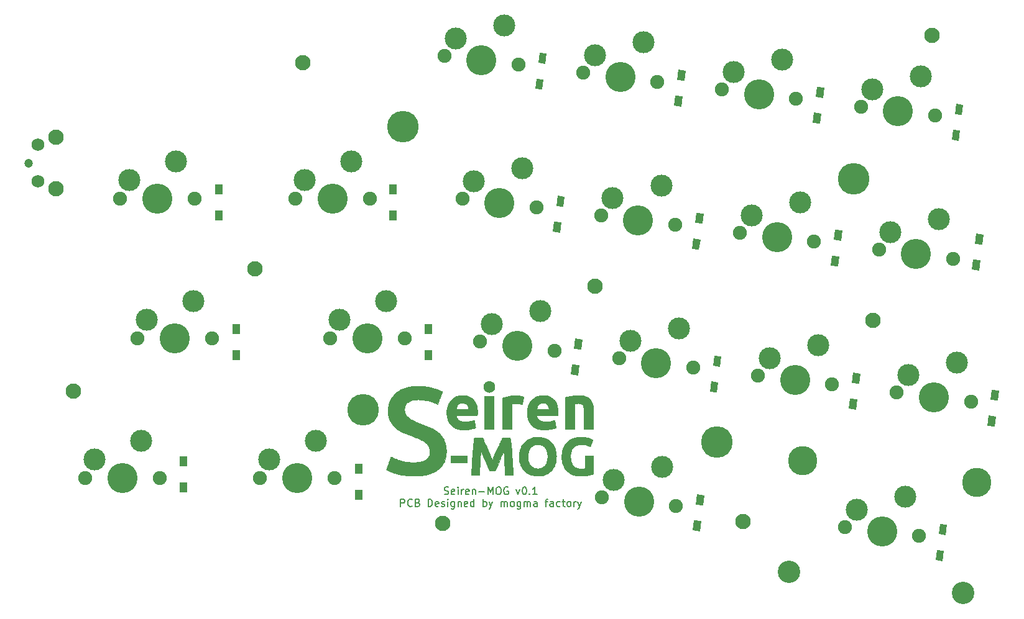
<source format=gbr>
%TF.GenerationSoftware,KiCad,Pcbnew,(5.1.9-0-10_14)*%
%TF.CreationDate,2021-04-30T13:47:16+09:00*%
%TF.ProjectId,seiren-pad,73656972-656e-42d7-9061-642e6b696361,rev?*%
%TF.SameCoordinates,Original*%
%TF.FileFunction,Soldermask,Top*%
%TF.FilePolarity,Negative*%
%FSLAX46Y46*%
G04 Gerber Fmt 4.6, Leading zero omitted, Abs format (unit mm)*
G04 Created by KiCad (PCBNEW (5.1.9-0-10_14)) date 2021-04-30 13:47:16*
%MOMM*%
%LPD*%
G01*
G04 APERTURE LIST*
%ADD10C,0.150000*%
%ADD11C,0.010000*%
%ADD12C,3.987800*%
%ADD13C,3.048000*%
%ADD14C,4.300000*%
%ADD15C,3.000000*%
%ADD16C,1.900000*%
%ADD17C,4.100000*%
%ADD18C,2.100000*%
%ADD19C,0.100000*%
%ADD20R,1.000000X1.400000*%
%ADD21C,1.200000*%
%ADD22C,1.750000*%
G04 APERTURE END LIST*
D10*
X151068876Y-86955761D02*
X151211733Y-87003380D01*
X151449828Y-87003380D01*
X151545066Y-86955761D01*
X151592685Y-86908142D01*
X151640304Y-86812904D01*
X151640304Y-86717666D01*
X151592685Y-86622428D01*
X151545066Y-86574809D01*
X151449828Y-86527190D01*
X151259352Y-86479571D01*
X151164114Y-86431952D01*
X151116495Y-86384333D01*
X151068876Y-86289095D01*
X151068876Y-86193857D01*
X151116495Y-86098619D01*
X151164114Y-86051000D01*
X151259352Y-86003380D01*
X151497447Y-86003380D01*
X151640304Y-86051000D01*
X152449828Y-86955761D02*
X152354590Y-87003380D01*
X152164114Y-87003380D01*
X152068876Y-86955761D01*
X152021257Y-86860523D01*
X152021257Y-86479571D01*
X152068876Y-86384333D01*
X152164114Y-86336714D01*
X152354590Y-86336714D01*
X152449828Y-86384333D01*
X152497447Y-86479571D01*
X152497447Y-86574809D01*
X152021257Y-86670047D01*
X152926019Y-87003380D02*
X152926019Y-86336714D01*
X152926019Y-86003380D02*
X152878400Y-86051000D01*
X152926019Y-86098619D01*
X152973638Y-86051000D01*
X152926019Y-86003380D01*
X152926019Y-86098619D01*
X153402209Y-87003380D02*
X153402209Y-86336714D01*
X153402209Y-86527190D02*
X153449828Y-86431952D01*
X153497447Y-86384333D01*
X153592685Y-86336714D01*
X153687923Y-86336714D01*
X154402209Y-86955761D02*
X154306971Y-87003380D01*
X154116495Y-87003380D01*
X154021257Y-86955761D01*
X153973638Y-86860523D01*
X153973638Y-86479571D01*
X154021257Y-86384333D01*
X154116495Y-86336714D01*
X154306971Y-86336714D01*
X154402209Y-86384333D01*
X154449828Y-86479571D01*
X154449828Y-86574809D01*
X153973638Y-86670047D01*
X154878400Y-86336714D02*
X154878400Y-87003380D01*
X154878400Y-86431952D02*
X154926019Y-86384333D01*
X155021257Y-86336714D01*
X155164114Y-86336714D01*
X155259352Y-86384333D01*
X155306971Y-86479571D01*
X155306971Y-87003380D01*
X155783161Y-86622428D02*
X156545066Y-86622428D01*
X157021257Y-87003380D02*
X157021257Y-86003380D01*
X157354590Y-86717666D01*
X157687923Y-86003380D01*
X157687923Y-87003380D01*
X158354590Y-86003380D02*
X158545066Y-86003380D01*
X158640304Y-86051000D01*
X158735542Y-86146238D01*
X158783161Y-86336714D01*
X158783161Y-86670047D01*
X158735542Y-86860523D01*
X158640304Y-86955761D01*
X158545066Y-87003380D01*
X158354590Y-87003380D01*
X158259352Y-86955761D01*
X158164114Y-86860523D01*
X158116495Y-86670047D01*
X158116495Y-86336714D01*
X158164114Y-86146238D01*
X158259352Y-86051000D01*
X158354590Y-86003380D01*
X159735542Y-86051000D02*
X159640304Y-86003380D01*
X159497447Y-86003380D01*
X159354590Y-86051000D01*
X159259352Y-86146238D01*
X159211733Y-86241476D01*
X159164114Y-86431952D01*
X159164114Y-86574809D01*
X159211733Y-86765285D01*
X159259352Y-86860523D01*
X159354590Y-86955761D01*
X159497447Y-87003380D01*
X159592685Y-87003380D01*
X159735542Y-86955761D01*
X159783161Y-86908142D01*
X159783161Y-86574809D01*
X159592685Y-86574809D01*
X160878400Y-86336714D02*
X161116495Y-87003380D01*
X161354590Y-86336714D01*
X161926019Y-86003380D02*
X162021257Y-86003380D01*
X162116495Y-86051000D01*
X162164114Y-86098619D01*
X162211733Y-86193857D01*
X162259352Y-86384333D01*
X162259352Y-86622428D01*
X162211733Y-86812904D01*
X162164114Y-86908142D01*
X162116495Y-86955761D01*
X162021257Y-87003380D01*
X161926019Y-87003380D01*
X161830780Y-86955761D01*
X161783161Y-86908142D01*
X161735542Y-86812904D01*
X161687923Y-86622428D01*
X161687923Y-86384333D01*
X161735542Y-86193857D01*
X161783161Y-86098619D01*
X161830780Y-86051000D01*
X161926019Y-86003380D01*
X162687923Y-86908142D02*
X162735542Y-86955761D01*
X162687923Y-87003380D01*
X162640304Y-86955761D01*
X162687923Y-86908142D01*
X162687923Y-87003380D01*
X163687923Y-87003380D02*
X163116495Y-87003380D01*
X163402209Y-87003380D02*
X163402209Y-86003380D01*
X163306971Y-86146238D01*
X163211733Y-86241476D01*
X163116495Y-86289095D01*
X145116495Y-88653380D02*
X145116495Y-87653380D01*
X145497447Y-87653380D01*
X145592685Y-87701000D01*
X145640304Y-87748619D01*
X145687923Y-87843857D01*
X145687923Y-87986714D01*
X145640304Y-88081952D01*
X145592685Y-88129571D01*
X145497447Y-88177190D01*
X145116495Y-88177190D01*
X146687923Y-88558142D02*
X146640304Y-88605761D01*
X146497447Y-88653380D01*
X146402209Y-88653380D01*
X146259352Y-88605761D01*
X146164114Y-88510523D01*
X146116495Y-88415285D01*
X146068876Y-88224809D01*
X146068876Y-88081952D01*
X146116495Y-87891476D01*
X146164114Y-87796238D01*
X146259352Y-87701000D01*
X146402209Y-87653380D01*
X146497447Y-87653380D01*
X146640304Y-87701000D01*
X146687923Y-87748619D01*
X147449828Y-88129571D02*
X147592685Y-88177190D01*
X147640304Y-88224809D01*
X147687923Y-88320047D01*
X147687923Y-88462904D01*
X147640304Y-88558142D01*
X147592685Y-88605761D01*
X147497447Y-88653380D01*
X147116495Y-88653380D01*
X147116495Y-87653380D01*
X147449828Y-87653380D01*
X147545066Y-87701000D01*
X147592685Y-87748619D01*
X147640304Y-87843857D01*
X147640304Y-87939095D01*
X147592685Y-88034333D01*
X147545066Y-88081952D01*
X147449828Y-88129571D01*
X147116495Y-88129571D01*
X148878400Y-88653380D02*
X148878400Y-87653380D01*
X149116495Y-87653380D01*
X149259352Y-87701000D01*
X149354590Y-87796238D01*
X149402209Y-87891476D01*
X149449828Y-88081952D01*
X149449828Y-88224809D01*
X149402209Y-88415285D01*
X149354590Y-88510523D01*
X149259352Y-88605761D01*
X149116495Y-88653380D01*
X148878400Y-88653380D01*
X150259352Y-88605761D02*
X150164114Y-88653380D01*
X149973638Y-88653380D01*
X149878400Y-88605761D01*
X149830780Y-88510523D01*
X149830780Y-88129571D01*
X149878400Y-88034333D01*
X149973638Y-87986714D01*
X150164114Y-87986714D01*
X150259352Y-88034333D01*
X150306971Y-88129571D01*
X150306971Y-88224809D01*
X149830780Y-88320047D01*
X150687923Y-88605761D02*
X150783161Y-88653380D01*
X150973638Y-88653380D01*
X151068876Y-88605761D01*
X151116495Y-88510523D01*
X151116495Y-88462904D01*
X151068876Y-88367666D01*
X150973638Y-88320047D01*
X150830780Y-88320047D01*
X150735542Y-88272428D01*
X150687923Y-88177190D01*
X150687923Y-88129571D01*
X150735542Y-88034333D01*
X150830780Y-87986714D01*
X150973638Y-87986714D01*
X151068876Y-88034333D01*
X151545066Y-88653380D02*
X151545066Y-87986714D01*
X151545066Y-87653380D02*
X151497447Y-87701000D01*
X151545066Y-87748619D01*
X151592685Y-87701000D01*
X151545066Y-87653380D01*
X151545066Y-87748619D01*
X152449828Y-87986714D02*
X152449828Y-88796238D01*
X152402209Y-88891476D01*
X152354590Y-88939095D01*
X152259352Y-88986714D01*
X152116495Y-88986714D01*
X152021257Y-88939095D01*
X152449828Y-88605761D02*
X152354590Y-88653380D01*
X152164114Y-88653380D01*
X152068876Y-88605761D01*
X152021257Y-88558142D01*
X151973638Y-88462904D01*
X151973638Y-88177190D01*
X152021257Y-88081952D01*
X152068876Y-88034333D01*
X152164114Y-87986714D01*
X152354590Y-87986714D01*
X152449828Y-88034333D01*
X152926019Y-87986714D02*
X152926019Y-88653380D01*
X152926019Y-88081952D02*
X152973638Y-88034333D01*
X153068876Y-87986714D01*
X153211733Y-87986714D01*
X153306971Y-88034333D01*
X153354590Y-88129571D01*
X153354590Y-88653380D01*
X154211733Y-88605761D02*
X154116495Y-88653380D01*
X153926019Y-88653380D01*
X153830780Y-88605761D01*
X153783161Y-88510523D01*
X153783161Y-88129571D01*
X153830780Y-88034333D01*
X153926019Y-87986714D01*
X154116495Y-87986714D01*
X154211733Y-88034333D01*
X154259352Y-88129571D01*
X154259352Y-88224809D01*
X153783161Y-88320047D01*
X155116495Y-88653380D02*
X155116495Y-87653380D01*
X155116495Y-88605761D02*
X155021257Y-88653380D01*
X154830780Y-88653380D01*
X154735542Y-88605761D01*
X154687923Y-88558142D01*
X154640304Y-88462904D01*
X154640304Y-88177190D01*
X154687923Y-88081952D01*
X154735542Y-88034333D01*
X154830780Y-87986714D01*
X155021257Y-87986714D01*
X155116495Y-88034333D01*
X156354590Y-88653380D02*
X156354590Y-87653380D01*
X156354590Y-88034333D02*
X156449828Y-87986714D01*
X156640304Y-87986714D01*
X156735542Y-88034333D01*
X156783161Y-88081952D01*
X156830780Y-88177190D01*
X156830780Y-88462904D01*
X156783161Y-88558142D01*
X156735542Y-88605761D01*
X156640304Y-88653380D01*
X156449828Y-88653380D01*
X156354590Y-88605761D01*
X157164114Y-87986714D02*
X157402209Y-88653380D01*
X157640304Y-87986714D02*
X157402209Y-88653380D01*
X157306971Y-88891476D01*
X157259352Y-88939095D01*
X157164114Y-88986714D01*
X158783161Y-88653380D02*
X158783161Y-87986714D01*
X158783161Y-88081952D02*
X158830780Y-88034333D01*
X158926019Y-87986714D01*
X159068876Y-87986714D01*
X159164114Y-88034333D01*
X159211733Y-88129571D01*
X159211733Y-88653380D01*
X159211733Y-88129571D02*
X159259352Y-88034333D01*
X159354590Y-87986714D01*
X159497447Y-87986714D01*
X159592685Y-88034333D01*
X159640304Y-88129571D01*
X159640304Y-88653380D01*
X160259352Y-88653380D02*
X160164114Y-88605761D01*
X160116495Y-88558142D01*
X160068876Y-88462904D01*
X160068876Y-88177190D01*
X160116495Y-88081952D01*
X160164114Y-88034333D01*
X160259352Y-87986714D01*
X160402209Y-87986714D01*
X160497447Y-88034333D01*
X160545066Y-88081952D01*
X160592685Y-88177190D01*
X160592685Y-88462904D01*
X160545066Y-88558142D01*
X160497447Y-88605761D01*
X160402209Y-88653380D01*
X160259352Y-88653380D01*
X161449828Y-87986714D02*
X161449828Y-88796238D01*
X161402209Y-88891476D01*
X161354590Y-88939095D01*
X161259352Y-88986714D01*
X161116495Y-88986714D01*
X161021257Y-88939095D01*
X161449828Y-88605761D02*
X161354590Y-88653380D01*
X161164114Y-88653380D01*
X161068876Y-88605761D01*
X161021257Y-88558142D01*
X160973638Y-88462904D01*
X160973638Y-88177190D01*
X161021257Y-88081952D01*
X161068876Y-88034333D01*
X161164114Y-87986714D01*
X161354590Y-87986714D01*
X161449828Y-88034333D01*
X161926019Y-88653380D02*
X161926019Y-87986714D01*
X161926019Y-88081952D02*
X161973638Y-88034333D01*
X162068876Y-87986714D01*
X162211733Y-87986714D01*
X162306971Y-88034333D01*
X162354590Y-88129571D01*
X162354590Y-88653380D01*
X162354590Y-88129571D02*
X162402209Y-88034333D01*
X162497447Y-87986714D01*
X162640304Y-87986714D01*
X162735542Y-88034333D01*
X162783161Y-88129571D01*
X162783161Y-88653380D01*
X163687923Y-88653380D02*
X163687923Y-88129571D01*
X163640304Y-88034333D01*
X163545066Y-87986714D01*
X163354590Y-87986714D01*
X163259352Y-88034333D01*
X163687923Y-88605761D02*
X163592685Y-88653380D01*
X163354590Y-88653380D01*
X163259352Y-88605761D01*
X163211733Y-88510523D01*
X163211733Y-88415285D01*
X163259352Y-88320047D01*
X163354590Y-88272428D01*
X163592685Y-88272428D01*
X163687923Y-88224809D01*
X164783161Y-87986714D02*
X165164114Y-87986714D01*
X164926019Y-88653380D02*
X164926019Y-87796238D01*
X164973638Y-87701000D01*
X165068876Y-87653380D01*
X165164114Y-87653380D01*
X165926019Y-88653380D02*
X165926019Y-88129571D01*
X165878400Y-88034333D01*
X165783161Y-87986714D01*
X165592685Y-87986714D01*
X165497447Y-88034333D01*
X165926019Y-88605761D02*
X165830780Y-88653380D01*
X165592685Y-88653380D01*
X165497447Y-88605761D01*
X165449828Y-88510523D01*
X165449828Y-88415285D01*
X165497447Y-88320047D01*
X165592685Y-88272428D01*
X165830780Y-88272428D01*
X165926019Y-88224809D01*
X166830780Y-88605761D02*
X166735542Y-88653380D01*
X166545066Y-88653380D01*
X166449828Y-88605761D01*
X166402209Y-88558142D01*
X166354590Y-88462904D01*
X166354590Y-88177190D01*
X166402209Y-88081952D01*
X166449828Y-88034333D01*
X166545066Y-87986714D01*
X166735542Y-87986714D01*
X166830780Y-88034333D01*
X167116495Y-87986714D02*
X167497447Y-87986714D01*
X167259352Y-87653380D02*
X167259352Y-88510523D01*
X167306971Y-88605761D01*
X167402209Y-88653380D01*
X167497447Y-88653380D01*
X167973638Y-88653380D02*
X167878400Y-88605761D01*
X167830780Y-88558142D01*
X167783161Y-88462904D01*
X167783161Y-88177190D01*
X167830780Y-88081952D01*
X167878400Y-88034333D01*
X167973638Y-87986714D01*
X168116495Y-87986714D01*
X168211733Y-88034333D01*
X168259352Y-88081952D01*
X168306971Y-88177190D01*
X168306971Y-88462904D01*
X168259352Y-88558142D01*
X168211733Y-88605761D01*
X168116495Y-88653380D01*
X167973638Y-88653380D01*
X168735542Y-88653380D02*
X168735542Y-87986714D01*
X168735542Y-88177190D02*
X168783161Y-88081952D01*
X168830780Y-88034333D01*
X168926019Y-87986714D01*
X169021257Y-87986714D01*
X169259352Y-87986714D02*
X169497447Y-88653380D01*
X169735542Y-87986714D02*
X169497447Y-88653380D01*
X169402209Y-88891476D01*
X169354590Y-88939095D01*
X169259352Y-88986714D01*
D11*
%TO.C,G\u002A\u002A\u002A*%
G36*
X157306247Y-71583666D02*
G01*
X157333886Y-71588939D01*
X157438227Y-71619330D01*
X157535926Y-71662810D01*
X157625390Y-71718086D01*
X157705025Y-71783859D01*
X157773235Y-71858835D01*
X157828426Y-71941715D01*
X157865251Y-72020931D01*
X157894894Y-72121505D01*
X157911681Y-72229862D01*
X157915156Y-72342255D01*
X157911442Y-72402229D01*
X157897344Y-72501612D01*
X157874283Y-72588993D01*
X157840826Y-72667535D01*
X157795543Y-72740404D01*
X157737002Y-72810763D01*
X157717348Y-72831141D01*
X157634158Y-72905508D01*
X157547316Y-72964071D01*
X157454866Y-73007872D01*
X157354853Y-73037955D01*
X157314755Y-73045955D01*
X157255231Y-73053350D01*
X157187124Y-73057052D01*
X157117834Y-73056948D01*
X157054761Y-73052922D01*
X157033933Y-73050336D01*
X156939972Y-73029007D01*
X156845466Y-72993448D01*
X156754229Y-72945765D01*
X156670076Y-72888063D01*
X156596821Y-72822448D01*
X156572387Y-72795586D01*
X156527581Y-72734158D01*
X156487082Y-72661202D01*
X156453688Y-72582056D01*
X156441961Y-72546634D01*
X156433450Y-72517204D01*
X156427308Y-72491418D01*
X156423137Y-72465504D01*
X156420540Y-72435688D01*
X156419120Y-72398197D01*
X156418479Y-72349259D01*
X156418339Y-72322267D01*
X156419217Y-72246555D01*
X156422975Y-72183587D01*
X156430307Y-72129317D01*
X156441904Y-72079699D01*
X156458461Y-72030684D01*
X156475153Y-71990518D01*
X156518486Y-71911589D01*
X156576158Y-71836062D01*
X156645603Y-71766301D01*
X156724260Y-71704671D01*
X156809565Y-71653538D01*
X156870400Y-71625836D01*
X156948527Y-71601174D01*
X157036564Y-71584198D01*
X157129123Y-71575335D01*
X157220814Y-71575014D01*
X157306247Y-71583666D01*
G37*
X157306247Y-71583666D02*
X157333886Y-71588939D01*
X157438227Y-71619330D01*
X157535926Y-71662810D01*
X157625390Y-71718086D01*
X157705025Y-71783859D01*
X157773235Y-71858835D01*
X157828426Y-71941715D01*
X157865251Y-72020931D01*
X157894894Y-72121505D01*
X157911681Y-72229862D01*
X157915156Y-72342255D01*
X157911442Y-72402229D01*
X157897344Y-72501612D01*
X157874283Y-72588993D01*
X157840826Y-72667535D01*
X157795543Y-72740404D01*
X157737002Y-72810763D01*
X157717348Y-72831141D01*
X157634158Y-72905508D01*
X157547316Y-72964071D01*
X157454866Y-73007872D01*
X157354853Y-73037955D01*
X157314755Y-73045955D01*
X157255231Y-73053350D01*
X157187124Y-73057052D01*
X157117834Y-73056948D01*
X157054761Y-73052922D01*
X157033933Y-73050336D01*
X156939972Y-73029007D01*
X156845466Y-72993448D01*
X156754229Y-72945765D01*
X156670076Y-72888063D01*
X156596821Y-72822448D01*
X156572387Y-72795586D01*
X156527581Y-72734158D01*
X156487082Y-72661202D01*
X156453688Y-72582056D01*
X156441961Y-72546634D01*
X156433450Y-72517204D01*
X156427308Y-72491418D01*
X156423137Y-72465504D01*
X156420540Y-72435688D01*
X156419120Y-72398197D01*
X156418479Y-72349259D01*
X156418339Y-72322267D01*
X156419217Y-72246555D01*
X156422975Y-72183587D01*
X156430307Y-72129317D01*
X156441904Y-72079699D01*
X156458461Y-72030684D01*
X156475153Y-71990518D01*
X156518486Y-71911589D01*
X156576158Y-71836062D01*
X156645603Y-71766301D01*
X156724260Y-71704671D01*
X156809565Y-71653538D01*
X156870400Y-71625836D01*
X156948527Y-71601174D01*
X157036564Y-71584198D01*
X157129123Y-71575335D01*
X157220814Y-71575014D01*
X157306247Y-71583666D01*
G36*
X169537000Y-73507210D02*
G01*
X169697383Y-73515713D01*
X169846114Y-73530499D01*
X169984635Y-73551786D01*
X170114385Y-73579794D01*
X170236804Y-73614741D01*
X170353333Y-73656846D01*
X170458841Y-73703173D01*
X170595253Y-73776264D01*
X170718311Y-73859149D01*
X170828946Y-73952748D01*
X170928088Y-74057979D01*
X171016668Y-74175761D01*
X171095614Y-74307013D01*
X171122234Y-74358500D01*
X171169058Y-74462196D01*
X171210074Y-74573572D01*
X171245687Y-74694253D01*
X171276301Y-74825867D01*
X171302321Y-74970038D01*
X171324150Y-75128393D01*
X171332762Y-75205167D01*
X171334232Y-75225949D01*
X171335612Y-75259648D01*
X171336905Y-75306585D01*
X171338115Y-75367082D01*
X171339244Y-75441461D01*
X171340295Y-75530044D01*
X171341270Y-75633152D01*
X171342174Y-75751107D01*
X171343009Y-75884232D01*
X171343777Y-76032846D01*
X171344481Y-76197273D01*
X171345125Y-76377834D01*
X171345711Y-76574850D01*
X171345975Y-76676250D01*
X171349410Y-78054200D01*
X170087608Y-78054200D01*
X170084397Y-76735517D01*
X170083965Y-76559122D01*
X170083555Y-76398770D01*
X170083145Y-76253571D01*
X170082714Y-76122635D01*
X170082241Y-76005071D01*
X170081705Y-75899990D01*
X170081085Y-75806501D01*
X170080359Y-75723713D01*
X170079507Y-75650737D01*
X170078507Y-75586683D01*
X170077338Y-75530661D01*
X170075979Y-75481779D01*
X170074408Y-75439148D01*
X170072605Y-75401878D01*
X170070549Y-75369079D01*
X170068218Y-75339860D01*
X170065590Y-75313331D01*
X170062646Y-75288602D01*
X170059363Y-75264782D01*
X170055721Y-75240983D01*
X170051699Y-75216313D01*
X170047708Y-75192467D01*
X170023075Y-75075479D01*
X169990749Y-74971502D01*
X169951020Y-74881212D01*
X169904175Y-74805282D01*
X169859739Y-74753294D01*
X169807399Y-74707350D01*
X169749301Y-74668709D01*
X169684315Y-74637184D01*
X169611309Y-74612587D01*
X169529149Y-74594731D01*
X169436706Y-74583428D01*
X169332847Y-74578491D01*
X169216440Y-74579733D01*
X169086354Y-74586966D01*
X168941457Y-74600003D01*
X168936880Y-74600480D01*
X168887193Y-74605643D01*
X168843237Y-74610129D01*
X168807816Y-74613659D01*
X168783737Y-74615953D01*
X168773896Y-74616734D01*
X168772991Y-74625119D01*
X168772130Y-74649954D01*
X168771318Y-74690753D01*
X168770555Y-74747031D01*
X168769844Y-74818305D01*
X168769187Y-74904088D01*
X168768586Y-75003898D01*
X168768044Y-75117249D01*
X168767563Y-75243657D01*
X168767144Y-75382638D01*
X168766791Y-75533706D01*
X168766505Y-75696377D01*
X168766289Y-75870167D01*
X168766144Y-76054590D01*
X168766074Y-76249163D01*
X168766067Y-76335467D01*
X168766067Y-78054200D01*
X167504533Y-78054200D01*
X167504533Y-73755785D01*
X167604017Y-73729561D01*
X167707521Y-73703851D01*
X167824141Y-73677650D01*
X167950100Y-73651674D01*
X168081625Y-73626640D01*
X168214939Y-73603265D01*
X168346269Y-73582266D01*
X168471838Y-73564360D01*
X168478200Y-73563519D01*
X168612912Y-73546942D01*
X168741723Y-73533645D01*
X168870072Y-73523197D01*
X169003399Y-73515165D01*
X169147142Y-73509119D01*
X169175521Y-73508177D01*
X169363526Y-73504771D01*
X169537000Y-73507210D01*
G37*
X169537000Y-73507210D02*
X169697383Y-73515713D01*
X169846114Y-73530499D01*
X169984635Y-73551786D01*
X170114385Y-73579794D01*
X170236804Y-73614741D01*
X170353333Y-73656846D01*
X170458841Y-73703173D01*
X170595253Y-73776264D01*
X170718311Y-73859149D01*
X170828946Y-73952748D01*
X170928088Y-74057979D01*
X171016668Y-74175761D01*
X171095614Y-74307013D01*
X171122234Y-74358500D01*
X171169058Y-74462196D01*
X171210074Y-74573572D01*
X171245687Y-74694253D01*
X171276301Y-74825867D01*
X171302321Y-74970038D01*
X171324150Y-75128393D01*
X171332762Y-75205167D01*
X171334232Y-75225949D01*
X171335612Y-75259648D01*
X171336905Y-75306585D01*
X171338115Y-75367082D01*
X171339244Y-75441461D01*
X171340295Y-75530044D01*
X171341270Y-75633152D01*
X171342174Y-75751107D01*
X171343009Y-75884232D01*
X171343777Y-76032846D01*
X171344481Y-76197273D01*
X171345125Y-76377834D01*
X171345711Y-76574850D01*
X171345975Y-76676250D01*
X171349410Y-78054200D01*
X170087608Y-78054200D01*
X170084397Y-76735517D01*
X170083965Y-76559122D01*
X170083555Y-76398770D01*
X170083145Y-76253571D01*
X170082714Y-76122635D01*
X170082241Y-76005071D01*
X170081705Y-75899990D01*
X170081085Y-75806501D01*
X170080359Y-75723713D01*
X170079507Y-75650737D01*
X170078507Y-75586683D01*
X170077338Y-75530661D01*
X170075979Y-75481779D01*
X170074408Y-75439148D01*
X170072605Y-75401878D01*
X170070549Y-75369079D01*
X170068218Y-75339860D01*
X170065590Y-75313331D01*
X170062646Y-75288602D01*
X170059363Y-75264782D01*
X170055721Y-75240983D01*
X170051699Y-75216313D01*
X170047708Y-75192467D01*
X170023075Y-75075479D01*
X169990749Y-74971502D01*
X169951020Y-74881212D01*
X169904175Y-74805282D01*
X169859739Y-74753294D01*
X169807399Y-74707350D01*
X169749301Y-74668709D01*
X169684315Y-74637184D01*
X169611309Y-74612587D01*
X169529149Y-74594731D01*
X169436706Y-74583428D01*
X169332847Y-74578491D01*
X169216440Y-74579733D01*
X169086354Y-74586966D01*
X168941457Y-74600003D01*
X168936880Y-74600480D01*
X168887193Y-74605643D01*
X168843237Y-74610129D01*
X168807816Y-74613659D01*
X168783737Y-74615953D01*
X168773896Y-74616734D01*
X168772991Y-74625119D01*
X168772130Y-74649954D01*
X168771318Y-74690753D01*
X168770555Y-74747031D01*
X168769844Y-74818305D01*
X168769187Y-74904088D01*
X168768586Y-75003898D01*
X168768044Y-75117249D01*
X168767563Y-75243657D01*
X168767144Y-75382638D01*
X168766791Y-75533706D01*
X168766505Y-75696377D01*
X168766289Y-75870167D01*
X168766144Y-76054590D01*
X168766074Y-76249163D01*
X168766067Y-76335467D01*
X168766067Y-78054200D01*
X167504533Y-78054200D01*
X167504533Y-73755785D01*
X167604017Y-73729561D01*
X167707521Y-73703851D01*
X167824141Y-73677650D01*
X167950100Y-73651674D01*
X168081625Y-73626640D01*
X168214939Y-73603265D01*
X168346269Y-73582266D01*
X168471838Y-73564360D01*
X168478200Y-73563519D01*
X168612912Y-73546942D01*
X168741723Y-73533645D01*
X168870072Y-73523197D01*
X169003399Y-73515165D01*
X169147142Y-73509119D01*
X169175521Y-73508177D01*
X169363526Y-73504771D01*
X169537000Y-73507210D01*
G36*
X160900904Y-73515099D02*
G01*
X160945871Y-73517174D01*
X161042712Y-73524179D01*
X161144459Y-73534035D01*
X161248678Y-73546336D01*
X161352932Y-73560677D01*
X161454786Y-73576652D01*
X161551805Y-73593857D01*
X161641554Y-73611886D01*
X161721596Y-73630333D01*
X161789497Y-73648794D01*
X161841008Y-73666156D01*
X161879783Y-73681167D01*
X161774635Y-74197634D01*
X161756082Y-74288610D01*
X161738493Y-74374560D01*
X161722163Y-74454065D01*
X161707384Y-74525709D01*
X161694453Y-74588074D01*
X161683662Y-74639742D01*
X161675306Y-74679296D01*
X161669679Y-74705318D01*
X161667074Y-74716391D01*
X161666957Y-74716681D01*
X161658260Y-74715804D01*
X161636208Y-74711593D01*
X161603905Y-74704691D01*
X161564456Y-74695739D01*
X161554268Y-74693357D01*
X161431603Y-74665419D01*
X161321841Y-74642484D01*
X161221872Y-74624058D01*
X161128583Y-74609642D01*
X161038863Y-74598740D01*
X160949601Y-74590857D01*
X160887833Y-74586979D01*
X160807505Y-74585350D01*
X160715981Y-74587964D01*
X160618333Y-74594368D01*
X160519634Y-74604107D01*
X160424957Y-74616729D01*
X160339373Y-74631777D01*
X160305750Y-74639087D01*
X160248600Y-74652424D01*
X160248600Y-78054200D01*
X158987066Y-78054200D01*
X158987066Y-73839784D01*
X159107716Y-73801261D01*
X159283303Y-73747487D01*
X159458523Y-73698263D01*
X159630630Y-73654243D01*
X159796877Y-73616086D01*
X159954517Y-73584448D01*
X160100804Y-73559984D01*
X160141401Y-73554232D01*
X160242409Y-73542218D01*
X160352487Y-73532042D01*
X160467691Y-73523887D01*
X160584079Y-73517933D01*
X160697705Y-73514363D01*
X160804628Y-73513358D01*
X160900904Y-73515099D01*
G37*
X160900904Y-73515099D02*
X160945871Y-73517174D01*
X161042712Y-73524179D01*
X161144459Y-73534035D01*
X161248678Y-73546336D01*
X161352932Y-73560677D01*
X161454786Y-73576652D01*
X161551805Y-73593857D01*
X161641554Y-73611886D01*
X161721596Y-73630333D01*
X161789497Y-73648794D01*
X161841008Y-73666156D01*
X161879783Y-73681167D01*
X161774635Y-74197634D01*
X161756082Y-74288610D01*
X161738493Y-74374560D01*
X161722163Y-74454065D01*
X161707384Y-74525709D01*
X161694453Y-74588074D01*
X161683662Y-74639742D01*
X161675306Y-74679296D01*
X161669679Y-74705318D01*
X161667074Y-74716391D01*
X161666957Y-74716681D01*
X161658260Y-74715804D01*
X161636208Y-74711593D01*
X161603905Y-74704691D01*
X161564456Y-74695739D01*
X161554268Y-74693357D01*
X161431603Y-74665419D01*
X161321841Y-74642484D01*
X161221872Y-74624058D01*
X161128583Y-74609642D01*
X161038863Y-74598740D01*
X160949601Y-74590857D01*
X160887833Y-74586979D01*
X160807505Y-74585350D01*
X160715981Y-74587964D01*
X160618333Y-74594368D01*
X160519634Y-74604107D01*
X160424957Y-74616729D01*
X160339373Y-74631777D01*
X160305750Y-74639087D01*
X160248600Y-74652424D01*
X160248600Y-78054200D01*
X158987066Y-78054200D01*
X158987066Y-73839784D01*
X159107716Y-73801261D01*
X159283303Y-73747487D01*
X159458523Y-73698263D01*
X159630630Y-73654243D01*
X159796877Y-73616086D01*
X159954517Y-73584448D01*
X160100804Y-73559984D01*
X160141401Y-73554232D01*
X160242409Y-73542218D01*
X160352487Y-73532042D01*
X160467691Y-73523887D01*
X160584079Y-73517933D01*
X160697705Y-73514363D01*
X160804628Y-73513358D01*
X160900904Y-73515099D01*
G36*
X157797500Y-73604967D02*
G01*
X157799632Y-75829584D01*
X157801765Y-78054200D01*
X156540200Y-78054200D01*
X156540200Y-73600625D01*
X157797500Y-73604967D01*
G37*
X157797500Y-73604967D02*
X157799632Y-75829584D01*
X157801765Y-78054200D01*
X156540200Y-78054200D01*
X156540200Y-73600625D01*
X157797500Y-73604967D01*
G36*
X164699213Y-73496173D02*
G01*
X164889723Y-73517064D01*
X165070642Y-73551707D01*
X165242214Y-73600177D01*
X165404684Y-73662547D01*
X165558295Y-73738891D01*
X165703293Y-73829283D01*
X165756167Y-73867317D01*
X165800545Y-73902829D01*
X165851845Y-73947681D01*
X165906200Y-73998161D01*
X165959741Y-74050561D01*
X166008599Y-74101168D01*
X166048907Y-74146274D01*
X166056414Y-74155300D01*
X166151838Y-74283667D01*
X166236137Y-74421965D01*
X166309521Y-74570784D01*
X166372201Y-74730711D01*
X166424391Y-74902334D01*
X166466299Y-75086241D01*
X166498139Y-75283020D01*
X166514624Y-75429533D01*
X166518758Y-75487455D01*
X166521763Y-75558671D01*
X166523642Y-75639580D01*
X166524398Y-75726581D01*
X166524036Y-75816072D01*
X166522556Y-75904452D01*
X166519964Y-75988120D01*
X166516262Y-76063474D01*
X166514043Y-76096284D01*
X166503045Y-76242334D01*
X163643733Y-76242334D01*
X163643880Y-76261384D01*
X163646534Y-76287151D01*
X163653433Y-76323925D01*
X163663411Y-76366665D01*
X163675304Y-76410330D01*
X163686435Y-76445534D01*
X163727571Y-76543941D01*
X163781306Y-76634795D01*
X163849535Y-76721159D01*
X163871752Y-76745224D01*
X163964048Y-76829861D01*
X164068548Y-76902820D01*
X164185158Y-76964058D01*
X164313778Y-77013535D01*
X164454314Y-77051207D01*
X164606667Y-77077034D01*
X164646145Y-77081588D01*
X164689083Y-77084679D01*
X164745639Y-77086626D01*
X164812540Y-77087491D01*
X164886515Y-77087341D01*
X164964291Y-77086238D01*
X165042595Y-77084248D01*
X165118157Y-77081435D01*
X165187702Y-77077863D01*
X165247960Y-77073597D01*
X165294733Y-77068820D01*
X165454563Y-77045540D01*
X165607882Y-77017365D01*
X165752182Y-76984862D01*
X165884954Y-76948601D01*
X166003690Y-76909151D01*
X166012132Y-76906015D01*
X166045914Y-76893730D01*
X166073247Y-76884483D01*
X166090645Y-76879414D01*
X166095026Y-76878938D01*
X166096885Y-76887578D01*
X166101244Y-76911480D01*
X166107857Y-76949198D01*
X166116478Y-76999283D01*
X166126859Y-77060289D01*
X166138756Y-77130768D01*
X166151922Y-77209274D01*
X166166110Y-77294359D01*
X166181075Y-77384577D01*
X166181736Y-77388571D01*
X166265558Y-77895317D01*
X166212701Y-77919032D01*
X166132264Y-77951461D01*
X166037156Y-77983469D01*
X165929641Y-78014520D01*
X165811980Y-78044080D01*
X165686436Y-78071610D01*
X165555272Y-78096577D01*
X165420749Y-78118444D01*
X165303200Y-78134472D01*
X165169037Y-78148940D01*
X165029043Y-78160073D01*
X164887060Y-78167749D01*
X164746929Y-78171847D01*
X164612491Y-78172244D01*
X164487588Y-78168819D01*
X164397267Y-78163256D01*
X164193631Y-78139723D01*
X163998282Y-78102593D01*
X163811678Y-78052182D01*
X163634275Y-77988806D01*
X163466531Y-77912777D01*
X163308905Y-77824412D01*
X163161853Y-77724025D01*
X163025833Y-77611931D01*
X162901302Y-77488444D01*
X162788719Y-77353880D01*
X162688540Y-77208553D01*
X162601224Y-77052778D01*
X162527227Y-76886870D01*
X162521870Y-76873100D01*
X162467648Y-76716735D01*
X162424203Y-76556532D01*
X162391096Y-76390104D01*
X162367890Y-76215064D01*
X162354146Y-76029027D01*
X162350950Y-75941767D01*
X162351767Y-75721248D01*
X162366021Y-75510702D01*
X162385486Y-75369763D01*
X163643733Y-75369763D01*
X163650285Y-75371409D01*
X163670185Y-75372878D01*
X163703798Y-75374172D01*
X163751490Y-75375297D01*
X163813627Y-75376254D01*
X163890573Y-75377050D01*
X163982696Y-75377687D01*
X164090360Y-75378170D01*
X164213932Y-75378502D01*
X164353776Y-75378688D01*
X164478444Y-75378733D01*
X165313155Y-75378733D01*
X165308530Y-75346983D01*
X165304781Y-75319479D01*
X165300476Y-75285451D01*
X165298466Y-75268667D01*
X165277037Y-75147030D01*
X165242524Y-75033558D01*
X165195644Y-74929169D01*
X165137110Y-74834779D01*
X165067639Y-74751306D01*
X164987944Y-74679668D01*
X164898742Y-74620782D01*
X164800747Y-74575566D01*
X164743782Y-74556974D01*
X164652702Y-74537709D01*
X164554477Y-74528260D01*
X164453089Y-74528347D01*
X164352519Y-74537692D01*
X164256751Y-74556016D01*
X164169765Y-74583042D01*
X164130567Y-74599848D01*
X164031457Y-74655768D01*
X163944008Y-74723480D01*
X163867921Y-74803335D01*
X163802902Y-74895685D01*
X163748656Y-75000882D01*
X163711230Y-75099333D01*
X163700830Y-75133163D01*
X163689199Y-75174335D01*
X163677243Y-75219217D01*
X163665870Y-75264177D01*
X163655985Y-75305584D01*
X163648495Y-75339807D01*
X163644306Y-75363214D01*
X163643733Y-75369763D01*
X162385486Y-75369763D01*
X162393782Y-75309703D01*
X162435121Y-75117829D01*
X162490106Y-74934656D01*
X162538471Y-74807233D01*
X162621111Y-74628231D01*
X162715576Y-74460909D01*
X162821531Y-74305574D01*
X162938643Y-74162532D01*
X163066575Y-74032091D01*
X163204995Y-73914557D01*
X163353568Y-73810237D01*
X163511959Y-73719438D01*
X163679833Y-73642466D01*
X163856857Y-73579630D01*
X163885953Y-73570924D01*
X164012564Y-73537962D01*
X164137420Y-73513959D01*
X164265237Y-73498286D01*
X164400732Y-73490312D01*
X164498867Y-73488963D01*
X164699213Y-73496173D01*
G37*
X164699213Y-73496173D02*
X164889723Y-73517064D01*
X165070642Y-73551707D01*
X165242214Y-73600177D01*
X165404684Y-73662547D01*
X165558295Y-73738891D01*
X165703293Y-73829283D01*
X165756167Y-73867317D01*
X165800545Y-73902829D01*
X165851845Y-73947681D01*
X165906200Y-73998161D01*
X165959741Y-74050561D01*
X166008599Y-74101168D01*
X166048907Y-74146274D01*
X166056414Y-74155300D01*
X166151838Y-74283667D01*
X166236137Y-74421965D01*
X166309521Y-74570784D01*
X166372201Y-74730711D01*
X166424391Y-74902334D01*
X166466299Y-75086241D01*
X166498139Y-75283020D01*
X166514624Y-75429533D01*
X166518758Y-75487455D01*
X166521763Y-75558671D01*
X166523642Y-75639580D01*
X166524398Y-75726581D01*
X166524036Y-75816072D01*
X166522556Y-75904452D01*
X166519964Y-75988120D01*
X166516262Y-76063474D01*
X166514043Y-76096284D01*
X166503045Y-76242334D01*
X163643733Y-76242334D01*
X163643880Y-76261384D01*
X163646534Y-76287151D01*
X163653433Y-76323925D01*
X163663411Y-76366665D01*
X163675304Y-76410330D01*
X163686435Y-76445534D01*
X163727571Y-76543941D01*
X163781306Y-76634795D01*
X163849535Y-76721159D01*
X163871752Y-76745224D01*
X163964048Y-76829861D01*
X164068548Y-76902820D01*
X164185158Y-76964058D01*
X164313778Y-77013535D01*
X164454314Y-77051207D01*
X164606667Y-77077034D01*
X164646145Y-77081588D01*
X164689083Y-77084679D01*
X164745639Y-77086626D01*
X164812540Y-77087491D01*
X164886515Y-77087341D01*
X164964291Y-77086238D01*
X165042595Y-77084248D01*
X165118157Y-77081435D01*
X165187702Y-77077863D01*
X165247960Y-77073597D01*
X165294733Y-77068820D01*
X165454563Y-77045540D01*
X165607882Y-77017365D01*
X165752182Y-76984862D01*
X165884954Y-76948601D01*
X166003690Y-76909151D01*
X166012132Y-76906015D01*
X166045914Y-76893730D01*
X166073247Y-76884483D01*
X166090645Y-76879414D01*
X166095026Y-76878938D01*
X166096885Y-76887578D01*
X166101244Y-76911480D01*
X166107857Y-76949198D01*
X166116478Y-76999283D01*
X166126859Y-77060289D01*
X166138756Y-77130768D01*
X166151922Y-77209274D01*
X166166110Y-77294359D01*
X166181075Y-77384577D01*
X166181736Y-77388571D01*
X166265558Y-77895317D01*
X166212701Y-77919032D01*
X166132264Y-77951461D01*
X166037156Y-77983469D01*
X165929641Y-78014520D01*
X165811980Y-78044080D01*
X165686436Y-78071610D01*
X165555272Y-78096577D01*
X165420749Y-78118444D01*
X165303200Y-78134472D01*
X165169037Y-78148940D01*
X165029043Y-78160073D01*
X164887060Y-78167749D01*
X164746929Y-78171847D01*
X164612491Y-78172244D01*
X164487588Y-78168819D01*
X164397267Y-78163256D01*
X164193631Y-78139723D01*
X163998282Y-78102593D01*
X163811678Y-78052182D01*
X163634275Y-77988806D01*
X163466531Y-77912777D01*
X163308905Y-77824412D01*
X163161853Y-77724025D01*
X163025833Y-77611931D01*
X162901302Y-77488444D01*
X162788719Y-77353880D01*
X162688540Y-77208553D01*
X162601224Y-77052778D01*
X162527227Y-76886870D01*
X162521870Y-76873100D01*
X162467648Y-76716735D01*
X162424203Y-76556532D01*
X162391096Y-76390104D01*
X162367890Y-76215064D01*
X162354146Y-76029027D01*
X162350950Y-75941767D01*
X162351767Y-75721248D01*
X162366021Y-75510702D01*
X162385486Y-75369763D01*
X163643733Y-75369763D01*
X163650285Y-75371409D01*
X163670185Y-75372878D01*
X163703798Y-75374172D01*
X163751490Y-75375297D01*
X163813627Y-75376254D01*
X163890573Y-75377050D01*
X163982696Y-75377687D01*
X164090360Y-75378170D01*
X164213932Y-75378502D01*
X164353776Y-75378688D01*
X164478444Y-75378733D01*
X165313155Y-75378733D01*
X165308530Y-75346983D01*
X165304781Y-75319479D01*
X165300476Y-75285451D01*
X165298466Y-75268667D01*
X165277037Y-75147030D01*
X165242524Y-75033558D01*
X165195644Y-74929169D01*
X165137110Y-74834779D01*
X165067639Y-74751306D01*
X164987944Y-74679668D01*
X164898742Y-74620782D01*
X164800747Y-74575566D01*
X164743782Y-74556974D01*
X164652702Y-74537709D01*
X164554477Y-74528260D01*
X164453089Y-74528347D01*
X164352519Y-74537692D01*
X164256751Y-74556016D01*
X164169765Y-74583042D01*
X164130567Y-74599848D01*
X164031457Y-74655768D01*
X163944008Y-74723480D01*
X163867921Y-74803335D01*
X163802902Y-74895685D01*
X163748656Y-75000882D01*
X163711230Y-75099333D01*
X163700830Y-75133163D01*
X163689199Y-75174335D01*
X163677243Y-75219217D01*
X163665870Y-75264177D01*
X163655985Y-75305584D01*
X163648495Y-75339807D01*
X163644306Y-75363214D01*
X163643733Y-75369763D01*
X162385486Y-75369763D01*
X162393782Y-75309703D01*
X162435121Y-75117829D01*
X162490106Y-74934656D01*
X162538471Y-74807233D01*
X162621111Y-74628231D01*
X162715576Y-74460909D01*
X162821531Y-74305574D01*
X162938643Y-74162532D01*
X163066575Y-74032091D01*
X163204995Y-73914557D01*
X163353568Y-73810237D01*
X163511959Y-73719438D01*
X163679833Y-73642466D01*
X163856857Y-73579630D01*
X163885953Y-73570924D01*
X164012564Y-73537962D01*
X164137420Y-73513959D01*
X164265237Y-73498286D01*
X164400732Y-73490312D01*
X164498867Y-73488963D01*
X164699213Y-73496173D01*
G36*
X153730417Y-73495996D02*
G01*
X153920449Y-73516483D01*
X154100736Y-73550520D01*
X154271616Y-73598208D01*
X154433428Y-73659650D01*
X154586512Y-73734947D01*
X154731205Y-73824201D01*
X154795073Y-73869998D01*
X154838130Y-73904577D01*
X154888152Y-73948393D01*
X154941316Y-73997772D01*
X154993801Y-74049043D01*
X155041782Y-74098534D01*
X155081439Y-74142573D01*
X155092061Y-74155300D01*
X155191585Y-74290484D01*
X155279181Y-74436760D01*
X155354877Y-74594250D01*
X155418701Y-74763079D01*
X155470681Y-74943372D01*
X155510844Y-75135252D01*
X155539219Y-75338843D01*
X155555834Y-75554270D01*
X155560716Y-75781656D01*
X155553893Y-76021126D01*
X155544706Y-76164017D01*
X155538704Y-76242334D01*
X152677449Y-76242334D01*
X152683324Y-76289359D01*
X152699384Y-76371239D01*
X152726610Y-76457558D01*
X152762702Y-76542490D01*
X152805359Y-76620208D01*
X152826345Y-76651642D01*
X152859797Y-76693393D01*
X152903098Y-76740088D01*
X152951842Y-76787529D01*
X153001624Y-76831519D01*
X153048037Y-76867861D01*
X153066686Y-76880624D01*
X153153749Y-76931876D01*
X153244464Y-76975115D01*
X153341871Y-77011435D01*
X153449012Y-77041934D01*
X153568927Y-77067709D01*
X153602267Y-77073718D01*
X153632444Y-77077246D01*
X153676808Y-77080113D01*
X153732629Y-77082321D01*
X153797171Y-77083870D01*
X153867704Y-77084760D01*
X153941494Y-77084993D01*
X154015809Y-77084569D01*
X154087916Y-77083488D01*
X154155082Y-77081751D01*
X154214575Y-77079359D01*
X154263663Y-77076312D01*
X154292300Y-77073563D01*
X154445712Y-77052442D01*
X154594621Y-77026663D01*
X154736326Y-76996827D01*
X154868128Y-76963532D01*
X154987325Y-76927377D01*
X155047812Y-76906010D01*
X155081544Y-76893718D01*
X155108773Y-76884442D01*
X155126034Y-76879325D01*
X155130314Y-76878808D01*
X155132308Y-76887631D01*
X155136710Y-76911394D01*
X155143225Y-76948320D01*
X155151561Y-76996633D01*
X155161424Y-77054554D01*
X155172520Y-77120309D01*
X155184555Y-77192119D01*
X155197237Y-77268208D01*
X155210272Y-77346799D01*
X155223365Y-77426116D01*
X155236225Y-77504382D01*
X155248556Y-77579819D01*
X155260066Y-77650652D01*
X155270460Y-77715103D01*
X155279446Y-77771396D01*
X155286730Y-77817754D01*
X155292018Y-77852399D01*
X155295017Y-77873556D01*
X155295600Y-77879253D01*
X155293287Y-77890607D01*
X155284271Y-77900514D01*
X155265432Y-77911303D01*
X155234217Y-77925064D01*
X155115704Y-77969527D01*
X154981782Y-78010626D01*
X154833684Y-78048109D01*
X154672645Y-78081722D01*
X154499900Y-78111213D01*
X154316684Y-78136329D01*
X154124232Y-78156817D01*
X154084867Y-78160327D01*
X154024543Y-78164410D01*
X153951604Y-78167548D01*
X153869933Y-78169721D01*
X153783412Y-78170913D01*
X153695924Y-78171106D01*
X153611353Y-78170282D01*
X153533581Y-78168425D01*
X153466492Y-78165517D01*
X153432933Y-78163256D01*
X153230347Y-78139724D01*
X153034823Y-78102308D01*
X152847070Y-78051302D01*
X152667798Y-77987003D01*
X152497719Y-77909706D01*
X152337542Y-77819708D01*
X152187978Y-77717304D01*
X152049737Y-77602790D01*
X152019582Y-77574736D01*
X151899345Y-77448751D01*
X151791473Y-77311225D01*
X151695991Y-77162216D01*
X151612926Y-77001781D01*
X151542305Y-76829976D01*
X151484153Y-76646859D01*
X151438498Y-76452488D01*
X151405365Y-76246919D01*
X151404785Y-76242334D01*
X151398179Y-76177178D01*
X151392867Y-76099360D01*
X151388938Y-76013110D01*
X151386484Y-75922656D01*
X151385596Y-75832228D01*
X151386364Y-75746055D01*
X151388880Y-75668365D01*
X151391507Y-75624267D01*
X151412070Y-75424738D01*
X151421558Y-75368150D01*
X152679583Y-75368150D01*
X152682672Y-75369957D01*
X152692562Y-75371560D01*
X152710084Y-75372969D01*
X152736072Y-75374195D01*
X152771357Y-75375248D01*
X152816774Y-75376140D01*
X152873153Y-75376880D01*
X152941328Y-75377479D01*
X153022132Y-75377948D01*
X153116397Y-75378297D01*
X153224956Y-75378537D01*
X153348642Y-75378679D01*
X153488286Y-75378732D01*
X153513658Y-75378733D01*
X154347916Y-75378733D01*
X154342757Y-75334283D01*
X154322340Y-75201716D01*
X154293152Y-75082946D01*
X154254606Y-74976949D01*
X154206112Y-74882698D01*
X154147083Y-74799166D01*
X154076931Y-74725327D01*
X153995068Y-74660156D01*
X153934317Y-74621380D01*
X153854131Y-74583035D01*
X153763316Y-74554580D01*
X153665053Y-74536104D01*
X153562521Y-74527696D01*
X153458902Y-74529445D01*
X153357375Y-74541440D01*
X153261120Y-74563770D01*
X153173318Y-74596526D01*
X153166233Y-74599848D01*
X153067881Y-74656017D01*
X152978791Y-74725638D01*
X152900517Y-74807123D01*
X152834619Y-74898882D01*
X152789110Y-74984626D01*
X152774967Y-75019403D01*
X152759057Y-75064224D01*
X152742353Y-75115685D01*
X152725826Y-75170387D01*
X152710446Y-75224926D01*
X152697187Y-75275902D01*
X152687018Y-75319913D01*
X152680912Y-75353557D01*
X152679583Y-75368150D01*
X151421558Y-75368150D01*
X151443545Y-75237019D01*
X151486197Y-75059749D01*
X151528121Y-74925767D01*
X151550159Y-74867691D01*
X151579117Y-74799500D01*
X151613065Y-74725121D01*
X151650077Y-74648481D01*
X151688225Y-74573507D01*
X151725582Y-74504125D01*
X151760219Y-74444264D01*
X151779561Y-74413534D01*
X151887679Y-74263874D01*
X152007572Y-74125415D01*
X152138286Y-73999002D01*
X152278868Y-73885480D01*
X152428366Y-73785692D01*
X152582033Y-73702317D01*
X152745371Y-73630564D01*
X152908563Y-73574107D01*
X153074067Y-73532393D01*
X153244343Y-73504868D01*
X153421852Y-73490979D01*
X153530300Y-73488955D01*
X153730417Y-73495996D01*
G37*
X153730417Y-73495996D02*
X153920449Y-73516483D01*
X154100736Y-73550520D01*
X154271616Y-73598208D01*
X154433428Y-73659650D01*
X154586512Y-73734947D01*
X154731205Y-73824201D01*
X154795073Y-73869998D01*
X154838130Y-73904577D01*
X154888152Y-73948393D01*
X154941316Y-73997772D01*
X154993801Y-74049043D01*
X155041782Y-74098534D01*
X155081439Y-74142573D01*
X155092061Y-74155300D01*
X155191585Y-74290484D01*
X155279181Y-74436760D01*
X155354877Y-74594250D01*
X155418701Y-74763079D01*
X155470681Y-74943372D01*
X155510844Y-75135252D01*
X155539219Y-75338843D01*
X155555834Y-75554270D01*
X155560716Y-75781656D01*
X155553893Y-76021126D01*
X155544706Y-76164017D01*
X155538704Y-76242334D01*
X152677449Y-76242334D01*
X152683324Y-76289359D01*
X152699384Y-76371239D01*
X152726610Y-76457558D01*
X152762702Y-76542490D01*
X152805359Y-76620208D01*
X152826345Y-76651642D01*
X152859797Y-76693393D01*
X152903098Y-76740088D01*
X152951842Y-76787529D01*
X153001624Y-76831519D01*
X153048037Y-76867861D01*
X153066686Y-76880624D01*
X153153749Y-76931876D01*
X153244464Y-76975115D01*
X153341871Y-77011435D01*
X153449012Y-77041934D01*
X153568927Y-77067709D01*
X153602267Y-77073718D01*
X153632444Y-77077246D01*
X153676808Y-77080113D01*
X153732629Y-77082321D01*
X153797171Y-77083870D01*
X153867704Y-77084760D01*
X153941494Y-77084993D01*
X154015809Y-77084569D01*
X154087916Y-77083488D01*
X154155082Y-77081751D01*
X154214575Y-77079359D01*
X154263663Y-77076312D01*
X154292300Y-77073563D01*
X154445712Y-77052442D01*
X154594621Y-77026663D01*
X154736326Y-76996827D01*
X154868128Y-76963532D01*
X154987325Y-76927377D01*
X155047812Y-76906010D01*
X155081544Y-76893718D01*
X155108773Y-76884442D01*
X155126034Y-76879325D01*
X155130314Y-76878808D01*
X155132308Y-76887631D01*
X155136710Y-76911394D01*
X155143225Y-76948320D01*
X155151561Y-76996633D01*
X155161424Y-77054554D01*
X155172520Y-77120309D01*
X155184555Y-77192119D01*
X155197237Y-77268208D01*
X155210272Y-77346799D01*
X155223365Y-77426116D01*
X155236225Y-77504382D01*
X155248556Y-77579819D01*
X155260066Y-77650652D01*
X155270460Y-77715103D01*
X155279446Y-77771396D01*
X155286730Y-77817754D01*
X155292018Y-77852399D01*
X155295017Y-77873556D01*
X155295600Y-77879253D01*
X155293287Y-77890607D01*
X155284271Y-77900514D01*
X155265432Y-77911303D01*
X155234217Y-77925064D01*
X155115704Y-77969527D01*
X154981782Y-78010626D01*
X154833684Y-78048109D01*
X154672645Y-78081722D01*
X154499900Y-78111213D01*
X154316684Y-78136329D01*
X154124232Y-78156817D01*
X154084867Y-78160327D01*
X154024543Y-78164410D01*
X153951604Y-78167548D01*
X153869933Y-78169721D01*
X153783412Y-78170913D01*
X153695924Y-78171106D01*
X153611353Y-78170282D01*
X153533581Y-78168425D01*
X153466492Y-78165517D01*
X153432933Y-78163256D01*
X153230347Y-78139724D01*
X153034823Y-78102308D01*
X152847070Y-78051302D01*
X152667798Y-77987003D01*
X152497719Y-77909706D01*
X152337542Y-77819708D01*
X152187978Y-77717304D01*
X152049737Y-77602790D01*
X152019582Y-77574736D01*
X151899345Y-77448751D01*
X151791473Y-77311225D01*
X151695991Y-77162216D01*
X151612926Y-77001781D01*
X151542305Y-76829976D01*
X151484153Y-76646859D01*
X151438498Y-76452488D01*
X151405365Y-76246919D01*
X151404785Y-76242334D01*
X151398179Y-76177178D01*
X151392867Y-76099360D01*
X151388938Y-76013110D01*
X151386484Y-75922656D01*
X151385596Y-75832228D01*
X151386364Y-75746055D01*
X151388880Y-75668365D01*
X151391507Y-75624267D01*
X151412070Y-75424738D01*
X151421558Y-75368150D01*
X152679583Y-75368150D01*
X152682672Y-75369957D01*
X152692562Y-75371560D01*
X152710084Y-75372969D01*
X152736072Y-75374195D01*
X152771357Y-75375248D01*
X152816774Y-75376140D01*
X152873153Y-75376880D01*
X152941328Y-75377479D01*
X153022132Y-75377948D01*
X153116397Y-75378297D01*
X153224956Y-75378537D01*
X153348642Y-75378679D01*
X153488286Y-75378732D01*
X153513658Y-75378733D01*
X154347916Y-75378733D01*
X154342757Y-75334283D01*
X154322340Y-75201716D01*
X154293152Y-75082946D01*
X154254606Y-74976949D01*
X154206112Y-74882698D01*
X154147083Y-74799166D01*
X154076931Y-74725327D01*
X153995068Y-74660156D01*
X153934317Y-74621380D01*
X153854131Y-74583035D01*
X153763316Y-74554580D01*
X153665053Y-74536104D01*
X153562521Y-74527696D01*
X153458902Y-74529445D01*
X153357375Y-74541440D01*
X153261120Y-74563770D01*
X153173318Y-74596526D01*
X153166233Y-74599848D01*
X153067881Y-74656017D01*
X152978791Y-74725638D01*
X152900517Y-74807123D01*
X152834619Y-74898882D01*
X152789110Y-74984626D01*
X152774967Y-75019403D01*
X152759057Y-75064224D01*
X152742353Y-75115685D01*
X152725826Y-75170387D01*
X152710446Y-75224926D01*
X152697187Y-75275902D01*
X152687018Y-75319913D01*
X152680912Y-75353557D01*
X152679583Y-75368150D01*
X151421558Y-75368150D01*
X151443545Y-75237019D01*
X151486197Y-75059749D01*
X151528121Y-74925767D01*
X151550159Y-74867691D01*
X151579117Y-74799500D01*
X151613065Y-74725121D01*
X151650077Y-74648481D01*
X151688225Y-74573507D01*
X151725582Y-74504125D01*
X151760219Y-74444264D01*
X151779561Y-74413534D01*
X151887679Y-74263874D01*
X152007572Y-74125415D01*
X152138286Y-73999002D01*
X152278868Y-73885480D01*
X152428366Y-73785692D01*
X152582033Y-73702317D01*
X152745371Y-73630564D01*
X152908563Y-73574107D01*
X153074067Y-73532393D01*
X153244343Y-73504868D01*
X153421852Y-73490979D01*
X153530300Y-73488955D01*
X153730417Y-73495996D01*
G36*
X154110267Y-82685467D02*
G01*
X151985133Y-82685467D01*
X151985133Y-81694867D01*
X154110267Y-81694867D01*
X154110267Y-82685467D01*
G37*
X154110267Y-82685467D02*
X151985133Y-82685467D01*
X151985133Y-81694867D01*
X154110267Y-81694867D01*
X154110267Y-82685467D01*
G36*
X156321309Y-79470250D02*
G01*
X156396594Y-79615982D01*
X156475847Y-79774199D01*
X156559217Y-79945228D01*
X156646851Y-80129395D01*
X156738897Y-80327026D01*
X156835502Y-80538447D01*
X156936816Y-80763983D01*
X157042986Y-81003961D01*
X157154160Y-81258707D01*
X157270486Y-81528547D01*
X157392111Y-81813806D01*
X157488554Y-82042000D01*
X157515233Y-82105139D01*
X157539992Y-82163331D01*
X157562032Y-82214729D01*
X157580552Y-82257480D01*
X157594751Y-82289737D01*
X157603831Y-82309648D01*
X157606830Y-82315404D01*
X157611415Y-82309537D01*
X157621686Y-82289795D01*
X157636835Y-82257945D01*
X157656052Y-82215749D01*
X157678530Y-82164974D01*
X157703460Y-82107384D01*
X157721229Y-82065638D01*
X157820862Y-81830539D01*
X157914740Y-81610176D01*
X158003324Y-81403534D01*
X158087071Y-81209596D01*
X158166443Y-81027347D01*
X158241896Y-80855770D01*
X158313892Y-80693850D01*
X158382889Y-80540571D01*
X158449346Y-80394917D01*
X158513722Y-80255872D01*
X158576476Y-80122420D01*
X158638069Y-79993546D01*
X158698958Y-79868232D01*
X158759604Y-79745464D01*
X158820464Y-79624226D01*
X158858923Y-79548567D01*
X158984312Y-79303033D01*
X160031949Y-79303033D01*
X160063763Y-79544333D01*
X160093453Y-79779948D01*
X160122619Y-80032452D01*
X160151261Y-80301810D01*
X160179374Y-80587985D01*
X160206956Y-80890942D01*
X160234004Y-81210645D01*
X160260515Y-81547057D01*
X160286486Y-81900144D01*
X160311915Y-82269868D01*
X160336798Y-82656195D01*
X160361133Y-83059088D01*
X160384916Y-83478511D01*
X160396525Y-83693000D01*
X160401742Y-83790372D01*
X160406827Y-83884313D01*
X160411688Y-83973196D01*
X160416235Y-84055394D01*
X160420376Y-84129280D01*
X160424020Y-84193228D01*
X160427074Y-84245611D01*
X160429449Y-84284801D01*
X160431052Y-84309173D01*
X160431356Y-84313184D01*
X160436629Y-84378800D01*
X159317266Y-84378800D01*
X159317189Y-84313184D01*
X159316811Y-84282985D01*
X159315765Y-84237327D01*
X159314108Y-84177667D01*
X159311895Y-84105462D01*
X159309180Y-84022170D01*
X159306019Y-83929249D01*
X159302469Y-83828158D01*
X159298583Y-83720352D01*
X159294418Y-83607292D01*
X159290029Y-83490434D01*
X159285471Y-83371235D01*
X159280800Y-83251155D01*
X159276071Y-83131650D01*
X159271339Y-83014179D01*
X159266661Y-82900199D01*
X159262090Y-82791168D01*
X159257683Y-82688544D01*
X159253496Y-82593785D01*
X159249582Y-82508348D01*
X159245999Y-82433691D01*
X159245043Y-82414534D01*
X159240302Y-82323531D01*
X159234987Y-82226907D01*
X159229190Y-82126010D01*
X159223007Y-82022193D01*
X159216529Y-81916806D01*
X159209850Y-81811199D01*
X159203063Y-81706725D01*
X159196263Y-81604732D01*
X159189542Y-81506574D01*
X159182993Y-81413599D01*
X159176710Y-81327160D01*
X159170787Y-81248606D01*
X159165316Y-81179290D01*
X159160392Y-81120561D01*
X159156106Y-81073771D01*
X159152554Y-81040270D01*
X159149827Y-81021409D01*
X159148499Y-81017636D01*
X159144376Y-81025420D01*
X159133738Y-81048610D01*
X159116667Y-81087017D01*
X159093244Y-81140451D01*
X159063550Y-81208722D01*
X159027668Y-81291641D01*
X158985678Y-81389018D01*
X158937662Y-81500664D01*
X158883701Y-81626388D01*
X158823877Y-81766001D01*
X158758270Y-81919314D01*
X158686963Y-82086137D01*
X158610037Y-82266281D01*
X158527573Y-82459554D01*
X158439653Y-82665769D01*
X158346358Y-82884736D01*
X158266266Y-83072817D01*
X157984204Y-83735334D01*
X157185112Y-83735334D01*
X156942190Y-83165950D01*
X156842773Y-82932948D01*
X156749841Y-82715185D01*
X156663245Y-82512320D01*
X156582840Y-82324010D01*
X156508480Y-82149913D01*
X156440017Y-81989689D01*
X156377305Y-81842995D01*
X156320199Y-81709488D01*
X156268550Y-81588828D01*
X156222212Y-81480671D01*
X156181040Y-81384677D01*
X156144887Y-81300504D01*
X156113605Y-81227809D01*
X156087049Y-81166251D01*
X156065071Y-81115487D01*
X156047526Y-81075176D01*
X156034267Y-81044977D01*
X156025148Y-81024546D01*
X156020021Y-81013542D01*
X156018707Y-81011271D01*
X156016975Y-81020694D01*
X156014299Y-81045508D01*
X156010783Y-81084206D01*
X156006536Y-81135278D01*
X156001662Y-81197215D01*
X155996269Y-81268509D01*
X155990461Y-81347651D01*
X155984346Y-81433132D01*
X155978030Y-81523443D01*
X155971619Y-81617076D01*
X155965219Y-81712521D01*
X155958936Y-81808270D01*
X155952877Y-81902814D01*
X155947148Y-81994644D01*
X155941855Y-82082252D01*
X155937105Y-82164128D01*
X155935410Y-82194400D01*
X155928074Y-82332195D01*
X155920507Y-82484237D01*
X155912819Y-82647843D01*
X155905120Y-82820329D01*
X155897521Y-82999014D01*
X155890131Y-83181213D01*
X155883062Y-83364243D01*
X155876423Y-83545422D01*
X155870325Y-83722067D01*
X155864879Y-83891495D01*
X155862943Y-83955467D01*
X155860700Y-84028205D01*
X155858385Y-84098170D01*
X155856092Y-84162906D01*
X155853914Y-84219958D01*
X155851942Y-84266871D01*
X155850271Y-84301190D01*
X155849253Y-84317417D01*
X155844488Y-84378800D01*
X154736800Y-84378800D01*
X154736800Y-84354773D01*
X154737300Y-84336304D01*
X154738751Y-84302228D01*
X154741078Y-84253841D01*
X154744208Y-84192439D01*
X154748066Y-84119318D01*
X154752577Y-84035772D01*
X154757669Y-83943097D01*
X154763265Y-83842589D01*
X154769293Y-83735545D01*
X154775677Y-83623258D01*
X154782344Y-83507025D01*
X154789220Y-83388142D01*
X154796229Y-83267904D01*
X154803298Y-83147607D01*
X154810353Y-83028546D01*
X154817320Y-82912017D01*
X154824123Y-82799316D01*
X154830690Y-82691738D01*
X154836945Y-82590579D01*
X154842814Y-82497135D01*
X154847010Y-82431467D01*
X154866106Y-82140812D01*
X154884915Y-81866011D01*
X154903532Y-81605987D01*
X154922053Y-81359665D01*
X154940573Y-81125969D01*
X154959190Y-80903822D01*
X154977997Y-80692150D01*
X154997091Y-80489877D01*
X155016568Y-80295926D01*
X155036523Y-80109223D01*
X155057052Y-79928690D01*
X155078251Y-79753254D01*
X155100215Y-79581836D01*
X155101211Y-79574293D01*
X155109617Y-79510334D01*
X155117251Y-79451574D01*
X155123840Y-79400176D01*
X155129109Y-79358302D01*
X155132784Y-79328115D01*
X155134592Y-79311778D01*
X155134733Y-79309710D01*
X155137601Y-79307455D01*
X155146911Y-79305517D01*
X155163724Y-79303872D01*
X155189098Y-79302502D01*
X155224095Y-79301384D01*
X155269773Y-79300498D01*
X155327194Y-79299822D01*
X155397416Y-79299335D01*
X155481499Y-79299017D01*
X155580504Y-79298846D01*
X155682978Y-79298800D01*
X156231222Y-79298800D01*
X156321309Y-79470250D01*
G37*
X156321309Y-79470250D02*
X156396594Y-79615982D01*
X156475847Y-79774199D01*
X156559217Y-79945228D01*
X156646851Y-80129395D01*
X156738897Y-80327026D01*
X156835502Y-80538447D01*
X156936816Y-80763983D01*
X157042986Y-81003961D01*
X157154160Y-81258707D01*
X157270486Y-81528547D01*
X157392111Y-81813806D01*
X157488554Y-82042000D01*
X157515233Y-82105139D01*
X157539992Y-82163331D01*
X157562032Y-82214729D01*
X157580552Y-82257480D01*
X157594751Y-82289737D01*
X157603831Y-82309648D01*
X157606830Y-82315404D01*
X157611415Y-82309537D01*
X157621686Y-82289795D01*
X157636835Y-82257945D01*
X157656052Y-82215749D01*
X157678530Y-82164974D01*
X157703460Y-82107384D01*
X157721229Y-82065638D01*
X157820862Y-81830539D01*
X157914740Y-81610176D01*
X158003324Y-81403534D01*
X158087071Y-81209596D01*
X158166443Y-81027347D01*
X158241896Y-80855770D01*
X158313892Y-80693850D01*
X158382889Y-80540571D01*
X158449346Y-80394917D01*
X158513722Y-80255872D01*
X158576476Y-80122420D01*
X158638069Y-79993546D01*
X158698958Y-79868232D01*
X158759604Y-79745464D01*
X158820464Y-79624226D01*
X158858923Y-79548567D01*
X158984312Y-79303033D01*
X160031949Y-79303033D01*
X160063763Y-79544333D01*
X160093453Y-79779948D01*
X160122619Y-80032452D01*
X160151261Y-80301810D01*
X160179374Y-80587985D01*
X160206956Y-80890942D01*
X160234004Y-81210645D01*
X160260515Y-81547057D01*
X160286486Y-81900144D01*
X160311915Y-82269868D01*
X160336798Y-82656195D01*
X160361133Y-83059088D01*
X160384916Y-83478511D01*
X160396525Y-83693000D01*
X160401742Y-83790372D01*
X160406827Y-83884313D01*
X160411688Y-83973196D01*
X160416235Y-84055394D01*
X160420376Y-84129280D01*
X160424020Y-84193228D01*
X160427074Y-84245611D01*
X160429449Y-84284801D01*
X160431052Y-84309173D01*
X160431356Y-84313184D01*
X160436629Y-84378800D01*
X159317266Y-84378800D01*
X159317189Y-84313184D01*
X159316811Y-84282985D01*
X159315765Y-84237327D01*
X159314108Y-84177667D01*
X159311895Y-84105462D01*
X159309180Y-84022170D01*
X159306019Y-83929249D01*
X159302469Y-83828158D01*
X159298583Y-83720352D01*
X159294418Y-83607292D01*
X159290029Y-83490434D01*
X159285471Y-83371235D01*
X159280800Y-83251155D01*
X159276071Y-83131650D01*
X159271339Y-83014179D01*
X159266661Y-82900199D01*
X159262090Y-82791168D01*
X159257683Y-82688544D01*
X159253496Y-82593785D01*
X159249582Y-82508348D01*
X159245999Y-82433691D01*
X159245043Y-82414534D01*
X159240302Y-82323531D01*
X159234987Y-82226907D01*
X159229190Y-82126010D01*
X159223007Y-82022193D01*
X159216529Y-81916806D01*
X159209850Y-81811199D01*
X159203063Y-81706725D01*
X159196263Y-81604732D01*
X159189542Y-81506574D01*
X159182993Y-81413599D01*
X159176710Y-81327160D01*
X159170787Y-81248606D01*
X159165316Y-81179290D01*
X159160392Y-81120561D01*
X159156106Y-81073771D01*
X159152554Y-81040270D01*
X159149827Y-81021409D01*
X159148499Y-81017636D01*
X159144376Y-81025420D01*
X159133738Y-81048610D01*
X159116667Y-81087017D01*
X159093244Y-81140451D01*
X159063550Y-81208722D01*
X159027668Y-81291641D01*
X158985678Y-81389018D01*
X158937662Y-81500664D01*
X158883701Y-81626388D01*
X158823877Y-81766001D01*
X158758270Y-81919314D01*
X158686963Y-82086137D01*
X158610037Y-82266281D01*
X158527573Y-82459554D01*
X158439653Y-82665769D01*
X158346358Y-82884736D01*
X158266266Y-83072817D01*
X157984204Y-83735334D01*
X157185112Y-83735334D01*
X156942190Y-83165950D01*
X156842773Y-82932948D01*
X156749841Y-82715185D01*
X156663245Y-82512320D01*
X156582840Y-82324010D01*
X156508480Y-82149913D01*
X156440017Y-81989689D01*
X156377305Y-81842995D01*
X156320199Y-81709488D01*
X156268550Y-81588828D01*
X156222212Y-81480671D01*
X156181040Y-81384677D01*
X156144887Y-81300504D01*
X156113605Y-81227809D01*
X156087049Y-81166251D01*
X156065071Y-81115487D01*
X156047526Y-81075176D01*
X156034267Y-81044977D01*
X156025148Y-81024546D01*
X156020021Y-81013542D01*
X156018707Y-81011271D01*
X156016975Y-81020694D01*
X156014299Y-81045508D01*
X156010783Y-81084206D01*
X156006536Y-81135278D01*
X156001662Y-81197215D01*
X155996269Y-81268509D01*
X155990461Y-81347651D01*
X155984346Y-81433132D01*
X155978030Y-81523443D01*
X155971619Y-81617076D01*
X155965219Y-81712521D01*
X155958936Y-81808270D01*
X155952877Y-81902814D01*
X155947148Y-81994644D01*
X155941855Y-82082252D01*
X155937105Y-82164128D01*
X155935410Y-82194400D01*
X155928074Y-82332195D01*
X155920507Y-82484237D01*
X155912819Y-82647843D01*
X155905120Y-82820329D01*
X155897521Y-82999014D01*
X155890131Y-83181213D01*
X155883062Y-83364243D01*
X155876423Y-83545422D01*
X155870325Y-83722067D01*
X155864879Y-83891495D01*
X155862943Y-83955467D01*
X155860700Y-84028205D01*
X155858385Y-84098170D01*
X155856092Y-84162906D01*
X155853914Y-84219958D01*
X155851942Y-84266871D01*
X155850271Y-84301190D01*
X155849253Y-84317417D01*
X155844488Y-84378800D01*
X154736800Y-84378800D01*
X154736800Y-84354773D01*
X154737300Y-84336304D01*
X154738751Y-84302228D01*
X154741078Y-84253841D01*
X154744208Y-84192439D01*
X154748066Y-84119318D01*
X154752577Y-84035772D01*
X154757669Y-83943097D01*
X154763265Y-83842589D01*
X154769293Y-83735545D01*
X154775677Y-83623258D01*
X154782344Y-83507025D01*
X154789220Y-83388142D01*
X154796229Y-83267904D01*
X154803298Y-83147607D01*
X154810353Y-83028546D01*
X154817320Y-82912017D01*
X154824123Y-82799316D01*
X154830690Y-82691738D01*
X154836945Y-82590579D01*
X154842814Y-82497135D01*
X154847010Y-82431467D01*
X154866106Y-82140812D01*
X154884915Y-81866011D01*
X154903532Y-81605987D01*
X154922053Y-81359665D01*
X154940573Y-81125969D01*
X154959190Y-80903822D01*
X154977997Y-80692150D01*
X154997091Y-80489877D01*
X155016568Y-80295926D01*
X155036523Y-80109223D01*
X155057052Y-79928690D01*
X155078251Y-79753254D01*
X155100215Y-79581836D01*
X155101211Y-79574293D01*
X155109617Y-79510334D01*
X155117251Y-79451574D01*
X155123840Y-79400176D01*
X155129109Y-79358302D01*
X155132784Y-79328115D01*
X155134592Y-79311778D01*
X155134733Y-79309710D01*
X155137601Y-79307455D01*
X155146911Y-79305517D01*
X155163724Y-79303872D01*
X155189098Y-79302502D01*
X155224095Y-79301384D01*
X155269773Y-79300498D01*
X155327194Y-79299822D01*
X155397416Y-79299335D01*
X155481499Y-79299017D01*
X155580504Y-79298846D01*
X155682978Y-79298800D01*
X156231222Y-79298800D01*
X156321309Y-79470250D01*
G36*
X169758631Y-79183149D02*
G01*
X169834304Y-79185752D01*
X169875200Y-79188069D01*
X170071937Y-79205968D01*
X170266044Y-79232733D01*
X170455013Y-79267817D01*
X170636334Y-79310675D01*
X170807500Y-79360764D01*
X170966002Y-79417537D01*
X171005500Y-79433607D01*
X171034322Y-79446254D01*
X171070547Y-79463033D01*
X171111052Y-79482392D01*
X171152712Y-79502782D01*
X171192404Y-79522651D01*
X171227005Y-79540449D01*
X171253392Y-79554625D01*
X171268441Y-79563629D01*
X171270209Y-79565023D01*
X171267732Y-79572978D01*
X171260138Y-79595165D01*
X171248034Y-79629880D01*
X171232028Y-79675419D01*
X171212728Y-79730078D01*
X171190739Y-79792152D01*
X171166671Y-79859937D01*
X171141129Y-79931729D01*
X171114722Y-80005824D01*
X171088056Y-80080517D01*
X171061740Y-80154104D01*
X171036380Y-80224881D01*
X171012583Y-80291145D01*
X170990958Y-80351189D01*
X170972110Y-80403311D01*
X170956648Y-80445806D01*
X170946378Y-80473741D01*
X170939115Y-80476812D01*
X170921337Y-80472006D01*
X170891458Y-80458815D01*
X170876576Y-80451487D01*
X170768026Y-80400799D01*
X170649871Y-80352367D01*
X170526916Y-80307843D01*
X170403967Y-80268881D01*
X170285832Y-80237131D01*
X170196933Y-80217830D01*
X170094958Y-80201813D01*
X169982047Y-80189863D01*
X169863083Y-80182156D01*
X169742947Y-80178865D01*
X169626519Y-80180165D01*
X169518680Y-80186229D01*
X169464566Y-80191686D01*
X169304914Y-80216850D01*
X169158277Y-80252527D01*
X169024229Y-80298934D01*
X168902343Y-80356288D01*
X168792192Y-80424805D01*
X168693351Y-80504700D01*
X168605391Y-80596189D01*
X168564188Y-80647915D01*
X168477529Y-80777966D01*
X168403766Y-80918899D01*
X168342933Y-81070583D01*
X168295060Y-81232889D01*
X168260180Y-81405687D01*
X168238326Y-81588848D01*
X168229528Y-81782241D01*
X168233596Y-81981353D01*
X168248796Y-82166566D01*
X168275057Y-82339254D01*
X168312546Y-82499856D01*
X168361429Y-82648809D01*
X168421873Y-82786552D01*
X168494045Y-82913523D01*
X168578112Y-83030162D01*
X168672723Y-83135390D01*
X168780063Y-83231204D01*
X168895877Y-83312360D01*
X169020100Y-83378819D01*
X169152665Y-83430544D01*
X169238100Y-83454970D01*
X169292705Y-83467653D01*
X169345534Y-83477780D01*
X169399205Y-83485547D01*
X169456339Y-83491148D01*
X169519557Y-83494776D01*
X169591477Y-83496627D01*
X169674719Y-83496894D01*
X169771904Y-83495771D01*
X169785274Y-83495541D01*
X169881483Y-83493457D01*
X169961766Y-83490882D01*
X170027124Y-83487762D01*
X170078560Y-83484047D01*
X170117075Y-83479685D01*
X170129200Y-83477726D01*
X170161812Y-83471864D01*
X170187245Y-83467335D01*
X170201554Y-83464841D01*
X170203283Y-83464569D01*
X170203572Y-83456264D01*
X170203850Y-83432135D01*
X170204113Y-83393290D01*
X170204359Y-83340839D01*
X170204586Y-83275892D01*
X170204790Y-83199557D01*
X170204969Y-83112944D01*
X170205121Y-83017161D01*
X170205243Y-82913318D01*
X170205331Y-82802523D01*
X170205385Y-82685887D01*
X170205400Y-82579634D01*
X170205400Y-81694867D01*
X171348455Y-81694867D01*
X171346311Y-82953016D01*
X171344166Y-84211165D01*
X171301833Y-84227479D01*
X171254427Y-84244020D01*
X171193072Y-84262739D01*
X171120515Y-84282969D01*
X171039499Y-84304040D01*
X170952768Y-84325282D01*
X170863068Y-84346028D01*
X170773143Y-84365607D01*
X170685737Y-84383351D01*
X170603594Y-84398592D01*
X170590633Y-84400837D01*
X170527306Y-84410795D01*
X170451617Y-84421254D01*
X170368106Y-84431685D01*
X170281313Y-84441554D01*
X170195778Y-84450332D01*
X170116041Y-84457488D01*
X170086866Y-84459771D01*
X170033088Y-84463023D01*
X169965974Y-84465916D01*
X169889122Y-84468389D01*
X169806126Y-84470383D01*
X169720585Y-84471839D01*
X169636092Y-84472696D01*
X169556245Y-84472895D01*
X169484639Y-84472377D01*
X169424871Y-84471082D01*
X169418000Y-84470848D01*
X169232184Y-84459168D01*
X169055880Y-84437497D01*
X168884488Y-84405203D01*
X168806724Y-84386781D01*
X168611980Y-84329739D01*
X168427290Y-84259328D01*
X168252922Y-84175762D01*
X168089144Y-84079255D01*
X167936224Y-83970020D01*
X167794431Y-83848273D01*
X167664032Y-83714225D01*
X167545296Y-83568093D01*
X167438491Y-83410089D01*
X167343885Y-83240428D01*
X167326960Y-83206167D01*
X167253067Y-83040333D01*
X167190969Y-82871810D01*
X167140302Y-82698828D01*
X167100702Y-82519620D01*
X167071802Y-82332418D01*
X167053239Y-82135452D01*
X167044648Y-81926955D01*
X167043926Y-81834567D01*
X167048737Y-81629361D01*
X167062862Y-81436602D01*
X167086750Y-81254308D01*
X167120849Y-81080499D01*
X167165609Y-80913194D01*
X167221478Y-80750412D01*
X167288906Y-80590172D01*
X167357481Y-80450983D01*
X167447953Y-80292405D01*
X167546650Y-80146348D01*
X167656078Y-80009398D01*
X167774670Y-79882203D01*
X167916909Y-79750967D01*
X168067470Y-79633577D01*
X168226820Y-79529814D01*
X168395424Y-79439456D01*
X168573751Y-79362284D01*
X168762265Y-79298077D01*
X168961435Y-79246614D01*
X169171725Y-79207675D01*
X169215272Y-79201355D01*
X169270005Y-79195342D01*
X169338166Y-79190350D01*
X169416276Y-79186448D01*
X169500857Y-79183707D01*
X169588428Y-79182197D01*
X169675513Y-79181988D01*
X169758631Y-79183149D01*
G37*
X169758631Y-79183149D02*
X169834304Y-79185752D01*
X169875200Y-79188069D01*
X170071937Y-79205968D01*
X170266044Y-79232733D01*
X170455013Y-79267817D01*
X170636334Y-79310675D01*
X170807500Y-79360764D01*
X170966002Y-79417537D01*
X171005500Y-79433607D01*
X171034322Y-79446254D01*
X171070547Y-79463033D01*
X171111052Y-79482392D01*
X171152712Y-79502782D01*
X171192404Y-79522651D01*
X171227005Y-79540449D01*
X171253392Y-79554625D01*
X171268441Y-79563629D01*
X171270209Y-79565023D01*
X171267732Y-79572978D01*
X171260138Y-79595165D01*
X171248034Y-79629880D01*
X171232028Y-79675419D01*
X171212728Y-79730078D01*
X171190739Y-79792152D01*
X171166671Y-79859937D01*
X171141129Y-79931729D01*
X171114722Y-80005824D01*
X171088056Y-80080517D01*
X171061740Y-80154104D01*
X171036380Y-80224881D01*
X171012583Y-80291145D01*
X170990958Y-80351189D01*
X170972110Y-80403311D01*
X170956648Y-80445806D01*
X170946378Y-80473741D01*
X170939115Y-80476812D01*
X170921337Y-80472006D01*
X170891458Y-80458815D01*
X170876576Y-80451487D01*
X170768026Y-80400799D01*
X170649871Y-80352367D01*
X170526916Y-80307843D01*
X170403967Y-80268881D01*
X170285832Y-80237131D01*
X170196933Y-80217830D01*
X170094958Y-80201813D01*
X169982047Y-80189863D01*
X169863083Y-80182156D01*
X169742947Y-80178865D01*
X169626519Y-80180165D01*
X169518680Y-80186229D01*
X169464566Y-80191686D01*
X169304914Y-80216850D01*
X169158277Y-80252527D01*
X169024229Y-80298934D01*
X168902343Y-80356288D01*
X168792192Y-80424805D01*
X168693351Y-80504700D01*
X168605391Y-80596189D01*
X168564188Y-80647915D01*
X168477529Y-80777966D01*
X168403766Y-80918899D01*
X168342933Y-81070583D01*
X168295060Y-81232889D01*
X168260180Y-81405687D01*
X168238326Y-81588848D01*
X168229528Y-81782241D01*
X168233596Y-81981353D01*
X168248796Y-82166566D01*
X168275057Y-82339254D01*
X168312546Y-82499856D01*
X168361429Y-82648809D01*
X168421873Y-82786552D01*
X168494045Y-82913523D01*
X168578112Y-83030162D01*
X168672723Y-83135390D01*
X168780063Y-83231204D01*
X168895877Y-83312360D01*
X169020100Y-83378819D01*
X169152665Y-83430544D01*
X169238100Y-83454970D01*
X169292705Y-83467653D01*
X169345534Y-83477780D01*
X169399205Y-83485547D01*
X169456339Y-83491148D01*
X169519557Y-83494776D01*
X169591477Y-83496627D01*
X169674719Y-83496894D01*
X169771904Y-83495771D01*
X169785274Y-83495541D01*
X169881483Y-83493457D01*
X169961766Y-83490882D01*
X170027124Y-83487762D01*
X170078560Y-83484047D01*
X170117075Y-83479685D01*
X170129200Y-83477726D01*
X170161812Y-83471864D01*
X170187245Y-83467335D01*
X170201554Y-83464841D01*
X170203283Y-83464569D01*
X170203572Y-83456264D01*
X170203850Y-83432135D01*
X170204113Y-83393290D01*
X170204359Y-83340839D01*
X170204586Y-83275892D01*
X170204790Y-83199557D01*
X170204969Y-83112944D01*
X170205121Y-83017161D01*
X170205243Y-82913318D01*
X170205331Y-82802523D01*
X170205385Y-82685887D01*
X170205400Y-82579634D01*
X170205400Y-81694867D01*
X171348455Y-81694867D01*
X171346311Y-82953016D01*
X171344166Y-84211165D01*
X171301833Y-84227479D01*
X171254427Y-84244020D01*
X171193072Y-84262739D01*
X171120515Y-84282969D01*
X171039499Y-84304040D01*
X170952768Y-84325282D01*
X170863068Y-84346028D01*
X170773143Y-84365607D01*
X170685737Y-84383351D01*
X170603594Y-84398592D01*
X170590633Y-84400837D01*
X170527306Y-84410795D01*
X170451617Y-84421254D01*
X170368106Y-84431685D01*
X170281313Y-84441554D01*
X170195778Y-84450332D01*
X170116041Y-84457488D01*
X170086866Y-84459771D01*
X170033088Y-84463023D01*
X169965974Y-84465916D01*
X169889122Y-84468389D01*
X169806126Y-84470383D01*
X169720585Y-84471839D01*
X169636092Y-84472696D01*
X169556245Y-84472895D01*
X169484639Y-84472377D01*
X169424871Y-84471082D01*
X169418000Y-84470848D01*
X169232184Y-84459168D01*
X169055880Y-84437497D01*
X168884488Y-84405203D01*
X168806724Y-84386781D01*
X168611980Y-84329739D01*
X168427290Y-84259328D01*
X168252922Y-84175762D01*
X168089144Y-84079255D01*
X167936224Y-83970020D01*
X167794431Y-83848273D01*
X167664032Y-83714225D01*
X167545296Y-83568093D01*
X167438491Y-83410089D01*
X167343885Y-83240428D01*
X167326960Y-83206167D01*
X167253067Y-83040333D01*
X167190969Y-82871810D01*
X167140302Y-82698828D01*
X167100702Y-82519620D01*
X167071802Y-82332418D01*
X167053239Y-82135452D01*
X167044648Y-81926955D01*
X167043926Y-81834567D01*
X167048737Y-81629361D01*
X167062862Y-81436602D01*
X167086750Y-81254308D01*
X167120849Y-81080499D01*
X167165609Y-80913194D01*
X167221478Y-80750412D01*
X167288906Y-80590172D01*
X167357481Y-80450983D01*
X167447953Y-80292405D01*
X167546650Y-80146348D01*
X167656078Y-80009398D01*
X167774670Y-79882203D01*
X167916909Y-79750967D01*
X168067470Y-79633577D01*
X168226820Y-79529814D01*
X168395424Y-79439456D01*
X168573751Y-79362284D01*
X168762265Y-79298077D01*
X168961435Y-79246614D01*
X169171725Y-79207675D01*
X169215272Y-79201355D01*
X169270005Y-79195342D01*
X169338166Y-79190350D01*
X169416276Y-79186448D01*
X169500857Y-79183707D01*
X169588428Y-79182197D01*
X169675513Y-79181988D01*
X169758631Y-79183149D01*
G36*
X163992144Y-79187927D02*
G01*
X164203921Y-79210256D01*
X164408984Y-79247159D01*
X164606777Y-79298453D01*
X164796746Y-79363955D01*
X164978332Y-79443482D01*
X165150982Y-79536852D01*
X165314139Y-79643882D01*
X165413076Y-79719269D01*
X165549399Y-79839920D01*
X165676238Y-79973878D01*
X165792999Y-80120036D01*
X165899089Y-80277290D01*
X165993913Y-80444535D01*
X166076880Y-80620664D01*
X166147395Y-80804573D01*
X166204864Y-80995156D01*
X166248695Y-81191308D01*
X166268307Y-81311983D01*
X166281927Y-81420478D01*
X166291733Y-81525755D01*
X166297959Y-81632353D01*
X166300840Y-81744811D01*
X166300612Y-81867668D01*
X166299734Y-81919234D01*
X166291890Y-82112808D01*
X166276341Y-82293440D01*
X166252606Y-82463502D01*
X166220203Y-82625366D01*
X166178651Y-82781406D01*
X166127471Y-82933992D01*
X166066181Y-83085499D01*
X166060926Y-83097418D01*
X165971574Y-83279921D01*
X165870997Y-83449750D01*
X165759220Y-83606887D01*
X165636271Y-83751313D01*
X165502175Y-83883009D01*
X165356959Y-84001955D01*
X165200650Y-84108132D01*
X165033274Y-84201523D01*
X164854858Y-84282106D01*
X164665427Y-84349864D01*
X164465009Y-84404778D01*
X164253630Y-84446828D01*
X164168667Y-84459676D01*
X164128497Y-84463914D01*
X164074544Y-84467667D01*
X164009953Y-84470881D01*
X163937867Y-84473499D01*
X163861431Y-84475467D01*
X163783791Y-84476730D01*
X163708089Y-84477232D01*
X163637472Y-84476920D01*
X163575083Y-84475738D01*
X163524067Y-84473630D01*
X163495567Y-84471451D01*
X163278593Y-84442061D01*
X163071188Y-84399049D01*
X162873542Y-84342540D01*
X162685846Y-84272659D01*
X162508292Y-84189530D01*
X162341072Y-84093279D01*
X162184378Y-83984030D01*
X162038400Y-83861907D01*
X161903330Y-83727036D01*
X161779360Y-83579541D01*
X161666682Y-83419548D01*
X161565487Y-83247179D01*
X161539735Y-83197700D01*
X161460913Y-83027260D01*
X161394720Y-82851450D01*
X161340948Y-82669190D01*
X161299392Y-82479403D01*
X161269844Y-82281008D01*
X161252099Y-82072928D01*
X161245950Y-81854083D01*
X161246337Y-81831546D01*
X162424701Y-81831546D01*
X162430861Y-82024015D01*
X162449731Y-82206398D01*
X162481228Y-82378460D01*
X162525273Y-82539964D01*
X162581782Y-82690676D01*
X162650675Y-82830358D01*
X162731870Y-82958777D01*
X162825285Y-83075696D01*
X162873071Y-83126290D01*
X162969684Y-83214192D01*
X163071442Y-83288491D01*
X163179812Y-83349818D01*
X163296262Y-83398806D01*
X163422259Y-83436087D01*
X163559270Y-83462292D01*
X163686067Y-83476377D01*
X163720653Y-83477650D01*
X163767220Y-83477346D01*
X163820911Y-83475675D01*
X163876867Y-83472849D01*
X163930231Y-83469082D01*
X163976145Y-83464583D01*
X163986633Y-83463271D01*
X164127417Y-83436404D01*
X164261054Y-83394460D01*
X164387020Y-83337944D01*
X164504793Y-83267363D01*
X164613848Y-83183222D01*
X164713662Y-83086027D01*
X164803713Y-82976285D01*
X164883477Y-82854502D01*
X164952431Y-82721183D01*
X165010052Y-82576836D01*
X165053432Y-82431472D01*
X165085070Y-82282326D01*
X165107188Y-82124367D01*
X165119773Y-81961084D01*
X165122815Y-81795966D01*
X165116303Y-81632500D01*
X165100225Y-81474176D01*
X165074570Y-81324481D01*
X165057224Y-81250367D01*
X165008356Y-81087552D01*
X164949341Y-80938232D01*
X164880085Y-80802274D01*
X164800495Y-80679549D01*
X164710478Y-80569923D01*
X164609940Y-80473268D01*
X164498789Y-80389450D01*
X164405733Y-80333480D01*
X164290812Y-80278865D01*
X164170738Y-80237285D01*
X164043636Y-80208307D01*
X163907628Y-80191501D01*
X163766500Y-80186416D01*
X163615087Y-80193445D01*
X163473199Y-80214237D01*
X163340102Y-80249083D01*
X163215065Y-80298274D01*
X163097356Y-80362098D01*
X162986241Y-80440846D01*
X162880988Y-80534809D01*
X162877014Y-80538764D01*
X162796454Y-80626085D01*
X162726894Y-80717029D01*
X162664977Y-80816346D01*
X162619561Y-80903234D01*
X162555337Y-81051493D01*
X162504230Y-81205955D01*
X162465970Y-81367896D01*
X162440290Y-81538591D01*
X162426922Y-81719316D01*
X162424701Y-81831546D01*
X161246337Y-81831546D01*
X161248979Y-81677795D01*
X161261072Y-81479128D01*
X161283228Y-81292033D01*
X161316045Y-81114043D01*
X161360121Y-80942688D01*
X161416052Y-80775500D01*
X161484438Y-80610011D01*
X161531585Y-80510729D01*
X161628952Y-80331770D01*
X161736557Y-80166122D01*
X161854813Y-80013306D01*
X161984130Y-79872843D01*
X162124921Y-79744255D01*
X162277597Y-79627061D01*
X162310233Y-79604514D01*
X162475499Y-79502510D01*
X162650408Y-79414019D01*
X162834063Y-79339302D01*
X163025568Y-79278617D01*
X163224027Y-79232225D01*
X163428542Y-79200386D01*
X163638218Y-79183359D01*
X163774210Y-79180354D01*
X163992144Y-79187927D01*
G37*
X163992144Y-79187927D02*
X164203921Y-79210256D01*
X164408984Y-79247159D01*
X164606777Y-79298453D01*
X164796746Y-79363955D01*
X164978332Y-79443482D01*
X165150982Y-79536852D01*
X165314139Y-79643882D01*
X165413076Y-79719269D01*
X165549399Y-79839920D01*
X165676238Y-79973878D01*
X165792999Y-80120036D01*
X165899089Y-80277290D01*
X165993913Y-80444535D01*
X166076880Y-80620664D01*
X166147395Y-80804573D01*
X166204864Y-80995156D01*
X166248695Y-81191308D01*
X166268307Y-81311983D01*
X166281927Y-81420478D01*
X166291733Y-81525755D01*
X166297959Y-81632353D01*
X166300840Y-81744811D01*
X166300612Y-81867668D01*
X166299734Y-81919234D01*
X166291890Y-82112808D01*
X166276341Y-82293440D01*
X166252606Y-82463502D01*
X166220203Y-82625366D01*
X166178651Y-82781406D01*
X166127471Y-82933992D01*
X166066181Y-83085499D01*
X166060926Y-83097418D01*
X165971574Y-83279921D01*
X165870997Y-83449750D01*
X165759220Y-83606887D01*
X165636271Y-83751313D01*
X165502175Y-83883009D01*
X165356959Y-84001955D01*
X165200650Y-84108132D01*
X165033274Y-84201523D01*
X164854858Y-84282106D01*
X164665427Y-84349864D01*
X164465009Y-84404778D01*
X164253630Y-84446828D01*
X164168667Y-84459676D01*
X164128497Y-84463914D01*
X164074544Y-84467667D01*
X164009953Y-84470881D01*
X163937867Y-84473499D01*
X163861431Y-84475467D01*
X163783791Y-84476730D01*
X163708089Y-84477232D01*
X163637472Y-84476920D01*
X163575083Y-84475738D01*
X163524067Y-84473630D01*
X163495567Y-84471451D01*
X163278593Y-84442061D01*
X163071188Y-84399049D01*
X162873542Y-84342540D01*
X162685846Y-84272659D01*
X162508292Y-84189530D01*
X162341072Y-84093279D01*
X162184378Y-83984030D01*
X162038400Y-83861907D01*
X161903330Y-83727036D01*
X161779360Y-83579541D01*
X161666682Y-83419548D01*
X161565487Y-83247179D01*
X161539735Y-83197700D01*
X161460913Y-83027260D01*
X161394720Y-82851450D01*
X161340948Y-82669190D01*
X161299392Y-82479403D01*
X161269844Y-82281008D01*
X161252099Y-82072928D01*
X161245950Y-81854083D01*
X161246337Y-81831546D01*
X162424701Y-81831546D01*
X162430861Y-82024015D01*
X162449731Y-82206398D01*
X162481228Y-82378460D01*
X162525273Y-82539964D01*
X162581782Y-82690676D01*
X162650675Y-82830358D01*
X162731870Y-82958777D01*
X162825285Y-83075696D01*
X162873071Y-83126290D01*
X162969684Y-83214192D01*
X163071442Y-83288491D01*
X163179812Y-83349818D01*
X163296262Y-83398806D01*
X163422259Y-83436087D01*
X163559270Y-83462292D01*
X163686067Y-83476377D01*
X163720653Y-83477650D01*
X163767220Y-83477346D01*
X163820911Y-83475675D01*
X163876867Y-83472849D01*
X163930231Y-83469082D01*
X163976145Y-83464583D01*
X163986633Y-83463271D01*
X164127417Y-83436404D01*
X164261054Y-83394460D01*
X164387020Y-83337944D01*
X164504793Y-83267363D01*
X164613848Y-83183222D01*
X164713662Y-83086027D01*
X164803713Y-82976285D01*
X164883477Y-82854502D01*
X164952431Y-82721183D01*
X165010052Y-82576836D01*
X165053432Y-82431472D01*
X165085070Y-82282326D01*
X165107188Y-82124367D01*
X165119773Y-81961084D01*
X165122815Y-81795966D01*
X165116303Y-81632500D01*
X165100225Y-81474176D01*
X165074570Y-81324481D01*
X165057224Y-81250367D01*
X165008356Y-81087552D01*
X164949341Y-80938232D01*
X164880085Y-80802274D01*
X164800495Y-80679549D01*
X164710478Y-80569923D01*
X164609940Y-80473268D01*
X164498789Y-80389450D01*
X164405733Y-80333480D01*
X164290812Y-80278865D01*
X164170738Y-80237285D01*
X164043636Y-80208307D01*
X163907628Y-80191501D01*
X163766500Y-80186416D01*
X163615087Y-80193445D01*
X163473199Y-80214237D01*
X163340102Y-80249083D01*
X163215065Y-80298274D01*
X163097356Y-80362098D01*
X162986241Y-80440846D01*
X162880988Y-80534809D01*
X162877014Y-80538764D01*
X162796454Y-80626085D01*
X162726894Y-80717029D01*
X162664977Y-80816346D01*
X162619561Y-80903234D01*
X162555337Y-81051493D01*
X162504230Y-81205955D01*
X162465970Y-81367896D01*
X162440290Y-81538591D01*
X162426922Y-81719316D01*
X162424701Y-81831546D01*
X161246337Y-81831546D01*
X161248979Y-81677795D01*
X161261072Y-81479128D01*
X161283228Y-81292033D01*
X161316045Y-81114043D01*
X161360121Y-80942688D01*
X161416052Y-80775500D01*
X161484438Y-80610011D01*
X161531585Y-80510729D01*
X161628952Y-80331770D01*
X161736557Y-80166122D01*
X161854813Y-80013306D01*
X161984130Y-79872843D01*
X162124921Y-79744255D01*
X162277597Y-79627061D01*
X162310233Y-79604514D01*
X162475499Y-79502510D01*
X162650408Y-79414019D01*
X162834063Y-79339302D01*
X163025568Y-79278617D01*
X163224027Y-79232225D01*
X163428542Y-79200386D01*
X163638218Y-79183359D01*
X163774210Y-79180354D01*
X163992144Y-79187927D01*
G36*
X147857461Y-72229652D02*
G01*
X148134897Y-72245360D01*
X148409645Y-72270254D01*
X148632333Y-72297705D01*
X148908373Y-72342938D01*
X149190533Y-72402715D01*
X149477101Y-72476568D01*
X149766360Y-72564029D01*
X150056595Y-72664631D01*
X150249466Y-72738642D01*
X150293970Y-72757030D01*
X150345628Y-72779437D01*
X150402293Y-72804830D01*
X150461819Y-72832176D01*
X150522059Y-72860441D01*
X150580864Y-72888591D01*
X150636088Y-72915593D01*
X150685584Y-72940414D01*
X150727203Y-72962019D01*
X150758800Y-72979375D01*
X150778227Y-72991449D01*
X150782899Y-72995406D01*
X150783564Y-72999987D01*
X150781877Y-73010041D01*
X150777550Y-73026353D01*
X150770298Y-73049707D01*
X150759834Y-73080885D01*
X150745874Y-73120672D01*
X150728130Y-73169851D01*
X150706317Y-73229205D01*
X150680149Y-73299518D01*
X150649340Y-73381574D01*
X150613603Y-73476156D01*
X150572654Y-73584048D01*
X150526205Y-73706033D01*
X150473971Y-73842896D01*
X150464804Y-73866888D01*
X150136511Y-74726082D01*
X150008839Y-74659489D01*
X149782200Y-74549484D01*
X149543475Y-74449272D01*
X149294837Y-74359513D01*
X149038455Y-74280865D01*
X148776504Y-74213986D01*
X148511154Y-74159536D01*
X148244578Y-74118172D01*
X148209000Y-74113674D01*
X147956035Y-74087138D01*
X147716061Y-74071376D01*
X147488992Y-74066403D01*
X147274744Y-74072232D01*
X147073231Y-74088877D01*
X146884369Y-74116352D01*
X146708073Y-74154672D01*
X146544258Y-74203850D01*
X146392839Y-74263901D01*
X146253732Y-74334838D01*
X146126851Y-74416676D01*
X146058467Y-74469440D01*
X145957942Y-74560994D01*
X145872089Y-74658472D01*
X145800179Y-74763187D01*
X145741483Y-74876450D01*
X145695274Y-74999569D01*
X145660823Y-75133857D01*
X145647176Y-75209400D01*
X145640932Y-75265005D01*
X145637263Y-75332622D01*
X145636067Y-75407858D01*
X145637243Y-75486319D01*
X145640688Y-75563610D01*
X145646301Y-75635339D01*
X145653978Y-75697111D01*
X145659174Y-75725867D01*
X145693070Y-75856490D01*
X145738814Y-75980182D01*
X145797067Y-76097809D01*
X145868489Y-76210235D01*
X145953741Y-76318322D01*
X146053485Y-76422937D01*
X146168379Y-76524942D01*
X146299085Y-76625202D01*
X146399434Y-76694210D01*
X146484246Y-76748842D01*
X146567080Y-76799226D01*
X146651966Y-76847627D01*
X146742934Y-76896312D01*
X146844017Y-76947546D01*
X146892433Y-76971333D01*
X146958668Y-77003319D01*
X147022443Y-77033434D01*
X147085456Y-77062380D01*
X147149407Y-77090857D01*
X147215995Y-77119569D01*
X147286918Y-77149216D01*
X147363877Y-77180501D01*
X147448570Y-77214125D01*
X147542696Y-77250791D01*
X147647955Y-77291199D01*
X147766046Y-77336053D01*
X147874567Y-77376987D01*
X148118471Y-77470046D01*
X148349651Y-77560849D01*
X148567678Y-77649209D01*
X148772126Y-77734936D01*
X148962567Y-77817842D01*
X149138575Y-77897737D01*
X149299720Y-77974432D01*
X149445577Y-78047739D01*
X149575717Y-78117469D01*
X149665562Y-78168968D01*
X149872801Y-78298998D01*
X150064314Y-78434245D01*
X150240658Y-78575276D01*
X150402392Y-78722661D01*
X150550071Y-78876966D01*
X150684253Y-79038760D01*
X150805495Y-79208609D01*
X150914355Y-79387081D01*
X150977855Y-79506233D01*
X151056756Y-79674858D01*
X151124425Y-79846479D01*
X151181264Y-80022840D01*
X151227678Y-80205684D01*
X151264072Y-80396753D01*
X151290849Y-80597791D01*
X151308415Y-80810540D01*
X151315240Y-80960782D01*
X151317885Y-81190860D01*
X151310585Y-81408668D01*
X151293083Y-81615826D01*
X151265124Y-81813950D01*
X151226453Y-82004659D01*
X151176813Y-82189570D01*
X151115950Y-82370302D01*
X151076602Y-82470937D01*
X150989854Y-82660083D01*
X150887938Y-82842366D01*
X150771438Y-83017139D01*
X150640940Y-83183749D01*
X150497027Y-83341549D01*
X150340283Y-83489887D01*
X150171295Y-83628115D01*
X149990646Y-83755583D01*
X149834600Y-83851404D01*
X149649594Y-83951144D01*
X149456779Y-84041722D01*
X149255295Y-84123370D01*
X149044282Y-84196323D01*
X148822881Y-84260814D01*
X148590232Y-84317074D01*
X148345475Y-84365338D01*
X148087750Y-84405838D01*
X147816199Y-84438808D01*
X147590933Y-84459715D01*
X147532829Y-84463557D01*
X147460190Y-84466952D01*
X147375408Y-84469885D01*
X147280878Y-84472341D01*
X147178992Y-84474304D01*
X147072142Y-84475759D01*
X146962722Y-84476691D01*
X146853125Y-84477084D01*
X146745744Y-84476923D01*
X146642971Y-84476193D01*
X146547200Y-84474879D01*
X146460823Y-84472964D01*
X146386233Y-84470434D01*
X146333633Y-84467773D01*
X145960246Y-84437044D01*
X145591244Y-84391279D01*
X145227869Y-84330681D01*
X144871363Y-84255452D01*
X144585267Y-84183055D01*
X144523455Y-84165521D01*
X144450643Y-84143739D01*
X144369810Y-84118692D01*
X144283936Y-84091363D01*
X144196004Y-84062733D01*
X144108993Y-84033786D01*
X144025884Y-84005503D01*
X143949658Y-83978869D01*
X143883296Y-83954864D01*
X143829778Y-83934472D01*
X143823266Y-83931876D01*
X143766449Y-83908486D01*
X143703491Y-83881581D01*
X143636341Y-83852081D01*
X143566952Y-83820907D01*
X143497272Y-83788980D01*
X143429254Y-83757219D01*
X143364846Y-83726546D01*
X143306001Y-83697881D01*
X143254667Y-83672146D01*
X143212797Y-83650260D01*
X143182340Y-83633144D01*
X143165246Y-83621720D01*
X143164208Y-83620796D01*
X143166693Y-83612749D01*
X143174461Y-83590016D01*
X143187066Y-83553845D01*
X143204061Y-83505484D01*
X143225001Y-83446181D01*
X143249438Y-83377186D01*
X143276927Y-83299745D01*
X143307021Y-83215108D01*
X143339274Y-83124522D01*
X143373240Y-83029236D01*
X143408471Y-82930498D01*
X143444523Y-82829557D01*
X143480948Y-82727660D01*
X143517300Y-82626056D01*
X143553134Y-82525993D01*
X143588002Y-82428720D01*
X143621458Y-82335485D01*
X143653056Y-82247536D01*
X143682350Y-82166121D01*
X143708894Y-82092488D01*
X143732240Y-82027887D01*
X143751943Y-81973564D01*
X143767557Y-81930769D01*
X143778634Y-81900750D01*
X143784729Y-81884754D01*
X143785766Y-81882409D01*
X143793748Y-81885039D01*
X143814261Y-81894193D01*
X143844768Y-81908675D01*
X143882730Y-81927284D01*
X143913713Y-81942799D01*
X144041844Y-82004931D01*
X144180821Y-82067651D01*
X144328135Y-82130070D01*
X144481277Y-82191294D01*
X144637738Y-82250432D01*
X144795010Y-82306594D01*
X144950585Y-82358887D01*
X145101953Y-82406421D01*
X145246606Y-82448303D01*
X145382035Y-82483641D01*
X145505732Y-82511546D01*
X145525067Y-82515418D01*
X145711110Y-82549098D01*
X145896680Y-82576812D01*
X146084644Y-82598811D01*
X146277873Y-82615348D01*
X146479236Y-82626675D01*
X146691605Y-82633044D01*
X146883966Y-82634748D01*
X147064437Y-82632942D01*
X147230607Y-82627283D01*
X147384719Y-82617520D01*
X147529018Y-82603401D01*
X147665749Y-82584675D01*
X147797156Y-82561090D01*
X147925484Y-82532395D01*
X148021611Y-82507214D01*
X148181448Y-82456208D01*
X148327862Y-82395614D01*
X148461704Y-82324954D01*
X148583824Y-82243753D01*
X148695073Y-82151533D01*
X148748086Y-82099911D01*
X148839400Y-81994087D01*
X148917515Y-81878111D01*
X148982230Y-81752683D01*
X149033342Y-81618505D01*
X149070651Y-81476279D01*
X149093955Y-81326707D01*
X149103051Y-81170489D01*
X149097739Y-81008328D01*
X149088488Y-80915934D01*
X149064127Y-80776933D01*
X149025868Y-80642895D01*
X148973444Y-80513524D01*
X148906586Y-80388520D01*
X148825026Y-80267588D01*
X148728496Y-80150429D01*
X148616727Y-80036746D01*
X148489451Y-79926242D01*
X148346400Y-79818619D01*
X148187304Y-79713580D01*
X148011897Y-79610827D01*
X147820037Y-79510128D01*
X147686533Y-79446007D01*
X147538616Y-79379414D01*
X147378471Y-79311236D01*
X147208282Y-79242358D01*
X147030233Y-79173666D01*
X146846509Y-79106045D01*
X146672300Y-79044838D01*
X146455725Y-78967967D01*
X146229670Y-78882954D01*
X145998428Y-78791511D01*
X145766290Y-78695351D01*
X145537547Y-78596186D01*
X145453914Y-78558752D01*
X145217128Y-78444932D01*
X144995610Y-78324174D01*
X144789083Y-78196245D01*
X144597268Y-78060915D01*
X144419887Y-77917953D01*
X144256660Y-77767128D01*
X144107310Y-77608210D01*
X143971557Y-77440968D01*
X143849123Y-77265170D01*
X143802730Y-77190600D01*
X143720854Y-77046761D01*
X143650079Y-76905089D01*
X143589505Y-76762840D01*
X143538230Y-76617268D01*
X143495355Y-76465629D01*
X143459977Y-76305177D01*
X143431196Y-76133167D01*
X143415086Y-76009500D01*
X143411087Y-75963578D01*
X143407980Y-75903634D01*
X143405747Y-75832557D01*
X143404374Y-75753235D01*
X143403842Y-75668555D01*
X143404138Y-75581406D01*
X143405244Y-75494676D01*
X143407144Y-75411252D01*
X143409822Y-75334023D01*
X143413262Y-75265876D01*
X143417448Y-75209699D01*
X143419671Y-75188233D01*
X143453419Y-74954574D01*
X143498846Y-74732686D01*
X143556228Y-74521820D01*
X143625842Y-74321229D01*
X143707966Y-74130162D01*
X143802876Y-73947873D01*
X143910848Y-73773611D01*
X143978825Y-73676934D01*
X144118382Y-73501251D01*
X144271036Y-73336043D01*
X144436430Y-73181507D01*
X144614206Y-73037836D01*
X144804007Y-72905224D01*
X145005474Y-72783867D01*
X145218250Y-72673960D01*
X145441978Y-72575696D01*
X145676300Y-72489270D01*
X145920858Y-72414877D01*
X146175294Y-72352713D01*
X146439251Y-72302970D01*
X146528366Y-72289317D01*
X146777070Y-72258920D01*
X147037142Y-72237766D01*
X147305772Y-72225845D01*
X147580149Y-72223144D01*
X147857461Y-72229652D01*
G37*
X147857461Y-72229652D02*
X148134897Y-72245360D01*
X148409645Y-72270254D01*
X148632333Y-72297705D01*
X148908373Y-72342938D01*
X149190533Y-72402715D01*
X149477101Y-72476568D01*
X149766360Y-72564029D01*
X150056595Y-72664631D01*
X150249466Y-72738642D01*
X150293970Y-72757030D01*
X150345628Y-72779437D01*
X150402293Y-72804830D01*
X150461819Y-72832176D01*
X150522059Y-72860441D01*
X150580864Y-72888591D01*
X150636088Y-72915593D01*
X150685584Y-72940414D01*
X150727203Y-72962019D01*
X150758800Y-72979375D01*
X150778227Y-72991449D01*
X150782899Y-72995406D01*
X150783564Y-72999987D01*
X150781877Y-73010041D01*
X150777550Y-73026353D01*
X150770298Y-73049707D01*
X150759834Y-73080885D01*
X150745874Y-73120672D01*
X150728130Y-73169851D01*
X150706317Y-73229205D01*
X150680149Y-73299518D01*
X150649340Y-73381574D01*
X150613603Y-73476156D01*
X150572654Y-73584048D01*
X150526205Y-73706033D01*
X150473971Y-73842896D01*
X150464804Y-73866888D01*
X150136511Y-74726082D01*
X150008839Y-74659489D01*
X149782200Y-74549484D01*
X149543475Y-74449272D01*
X149294837Y-74359513D01*
X149038455Y-74280865D01*
X148776504Y-74213986D01*
X148511154Y-74159536D01*
X148244578Y-74118172D01*
X148209000Y-74113674D01*
X147956035Y-74087138D01*
X147716061Y-74071376D01*
X147488992Y-74066403D01*
X147274744Y-74072232D01*
X147073231Y-74088877D01*
X146884369Y-74116352D01*
X146708073Y-74154672D01*
X146544258Y-74203850D01*
X146392839Y-74263901D01*
X146253732Y-74334838D01*
X146126851Y-74416676D01*
X146058467Y-74469440D01*
X145957942Y-74560994D01*
X145872089Y-74658472D01*
X145800179Y-74763187D01*
X145741483Y-74876450D01*
X145695274Y-74999569D01*
X145660823Y-75133857D01*
X145647176Y-75209400D01*
X145640932Y-75265005D01*
X145637263Y-75332622D01*
X145636067Y-75407858D01*
X145637243Y-75486319D01*
X145640688Y-75563610D01*
X145646301Y-75635339D01*
X145653978Y-75697111D01*
X145659174Y-75725867D01*
X145693070Y-75856490D01*
X145738814Y-75980182D01*
X145797067Y-76097809D01*
X145868489Y-76210235D01*
X145953741Y-76318322D01*
X146053485Y-76422937D01*
X146168379Y-76524942D01*
X146299085Y-76625202D01*
X146399434Y-76694210D01*
X146484246Y-76748842D01*
X146567080Y-76799226D01*
X146651966Y-76847627D01*
X146742934Y-76896312D01*
X146844017Y-76947546D01*
X146892433Y-76971333D01*
X146958668Y-77003319D01*
X147022443Y-77033434D01*
X147085456Y-77062380D01*
X147149407Y-77090857D01*
X147215995Y-77119569D01*
X147286918Y-77149216D01*
X147363877Y-77180501D01*
X147448570Y-77214125D01*
X147542696Y-77250791D01*
X147647955Y-77291199D01*
X147766046Y-77336053D01*
X147874567Y-77376987D01*
X148118471Y-77470046D01*
X148349651Y-77560849D01*
X148567678Y-77649209D01*
X148772126Y-77734936D01*
X148962567Y-77817842D01*
X149138575Y-77897737D01*
X149299720Y-77974432D01*
X149445577Y-78047739D01*
X149575717Y-78117469D01*
X149665562Y-78168968D01*
X149872801Y-78298998D01*
X150064314Y-78434245D01*
X150240658Y-78575276D01*
X150402392Y-78722661D01*
X150550071Y-78876966D01*
X150684253Y-79038760D01*
X150805495Y-79208609D01*
X150914355Y-79387081D01*
X150977855Y-79506233D01*
X151056756Y-79674858D01*
X151124425Y-79846479D01*
X151181264Y-80022840D01*
X151227678Y-80205684D01*
X151264072Y-80396753D01*
X151290849Y-80597791D01*
X151308415Y-80810540D01*
X151315240Y-80960782D01*
X151317885Y-81190860D01*
X151310585Y-81408668D01*
X151293083Y-81615826D01*
X151265124Y-81813950D01*
X151226453Y-82004659D01*
X151176813Y-82189570D01*
X151115950Y-82370302D01*
X151076602Y-82470937D01*
X150989854Y-82660083D01*
X150887938Y-82842366D01*
X150771438Y-83017139D01*
X150640940Y-83183749D01*
X150497027Y-83341549D01*
X150340283Y-83489887D01*
X150171295Y-83628115D01*
X149990646Y-83755583D01*
X149834600Y-83851404D01*
X149649594Y-83951144D01*
X149456779Y-84041722D01*
X149255295Y-84123370D01*
X149044282Y-84196323D01*
X148822881Y-84260814D01*
X148590232Y-84317074D01*
X148345475Y-84365338D01*
X148087750Y-84405838D01*
X147816199Y-84438808D01*
X147590933Y-84459715D01*
X147532829Y-84463557D01*
X147460190Y-84466952D01*
X147375408Y-84469885D01*
X147280878Y-84472341D01*
X147178992Y-84474304D01*
X147072142Y-84475759D01*
X146962722Y-84476691D01*
X146853125Y-84477084D01*
X146745744Y-84476923D01*
X146642971Y-84476193D01*
X146547200Y-84474879D01*
X146460823Y-84472964D01*
X146386233Y-84470434D01*
X146333633Y-84467773D01*
X145960246Y-84437044D01*
X145591244Y-84391279D01*
X145227869Y-84330681D01*
X144871363Y-84255452D01*
X144585267Y-84183055D01*
X144523455Y-84165521D01*
X144450643Y-84143739D01*
X144369810Y-84118692D01*
X144283936Y-84091363D01*
X144196004Y-84062733D01*
X144108993Y-84033786D01*
X144025884Y-84005503D01*
X143949658Y-83978869D01*
X143883296Y-83954864D01*
X143829778Y-83934472D01*
X143823266Y-83931876D01*
X143766449Y-83908486D01*
X143703491Y-83881581D01*
X143636341Y-83852081D01*
X143566952Y-83820907D01*
X143497272Y-83788980D01*
X143429254Y-83757219D01*
X143364846Y-83726546D01*
X143306001Y-83697881D01*
X143254667Y-83672146D01*
X143212797Y-83650260D01*
X143182340Y-83633144D01*
X143165246Y-83621720D01*
X143164208Y-83620796D01*
X143166693Y-83612749D01*
X143174461Y-83590016D01*
X143187066Y-83553845D01*
X143204061Y-83505484D01*
X143225001Y-83446181D01*
X143249438Y-83377186D01*
X143276927Y-83299745D01*
X143307021Y-83215108D01*
X143339274Y-83124522D01*
X143373240Y-83029236D01*
X143408471Y-82930498D01*
X143444523Y-82829557D01*
X143480948Y-82727660D01*
X143517300Y-82626056D01*
X143553134Y-82525993D01*
X143588002Y-82428720D01*
X143621458Y-82335485D01*
X143653056Y-82247536D01*
X143682350Y-82166121D01*
X143708894Y-82092488D01*
X143732240Y-82027887D01*
X143751943Y-81973564D01*
X143767557Y-81930769D01*
X143778634Y-81900750D01*
X143784729Y-81884754D01*
X143785766Y-81882409D01*
X143793748Y-81885039D01*
X143814261Y-81894193D01*
X143844768Y-81908675D01*
X143882730Y-81927284D01*
X143913713Y-81942799D01*
X144041844Y-82004931D01*
X144180821Y-82067651D01*
X144328135Y-82130070D01*
X144481277Y-82191294D01*
X144637738Y-82250432D01*
X144795010Y-82306594D01*
X144950585Y-82358887D01*
X145101953Y-82406421D01*
X145246606Y-82448303D01*
X145382035Y-82483641D01*
X145505732Y-82511546D01*
X145525067Y-82515418D01*
X145711110Y-82549098D01*
X145896680Y-82576812D01*
X146084644Y-82598811D01*
X146277873Y-82615348D01*
X146479236Y-82626675D01*
X146691605Y-82633044D01*
X146883966Y-82634748D01*
X147064437Y-82632942D01*
X147230607Y-82627283D01*
X147384719Y-82617520D01*
X147529018Y-82603401D01*
X147665749Y-82584675D01*
X147797156Y-82561090D01*
X147925484Y-82532395D01*
X148021611Y-82507214D01*
X148181448Y-82456208D01*
X148327862Y-82395614D01*
X148461704Y-82324954D01*
X148583824Y-82243753D01*
X148695073Y-82151533D01*
X148748086Y-82099911D01*
X148839400Y-81994087D01*
X148917515Y-81878111D01*
X148982230Y-81752683D01*
X149033342Y-81618505D01*
X149070651Y-81476279D01*
X149093955Y-81326707D01*
X149103051Y-81170489D01*
X149097739Y-81008328D01*
X149088488Y-80915934D01*
X149064127Y-80776933D01*
X149025868Y-80642895D01*
X148973444Y-80513524D01*
X148906586Y-80388520D01*
X148825026Y-80267588D01*
X148728496Y-80150429D01*
X148616727Y-80036746D01*
X148489451Y-79926242D01*
X148346400Y-79818619D01*
X148187304Y-79713580D01*
X148011897Y-79610827D01*
X147820037Y-79510128D01*
X147686533Y-79446007D01*
X147538616Y-79379414D01*
X147378471Y-79311236D01*
X147208282Y-79242358D01*
X147030233Y-79173666D01*
X146846509Y-79106045D01*
X146672300Y-79044838D01*
X146455725Y-78967967D01*
X146229670Y-78882954D01*
X145998428Y-78791511D01*
X145766290Y-78695351D01*
X145537547Y-78596186D01*
X145453914Y-78558752D01*
X145217128Y-78444932D01*
X144995610Y-78324174D01*
X144789083Y-78196245D01*
X144597268Y-78060915D01*
X144419887Y-77917953D01*
X144256660Y-77767128D01*
X144107310Y-77608210D01*
X143971557Y-77440968D01*
X143849123Y-77265170D01*
X143802730Y-77190600D01*
X143720854Y-77046761D01*
X143650079Y-76905089D01*
X143589505Y-76762840D01*
X143538230Y-76617268D01*
X143495355Y-76465629D01*
X143459977Y-76305177D01*
X143431196Y-76133167D01*
X143415086Y-76009500D01*
X143411087Y-75963578D01*
X143407980Y-75903634D01*
X143405747Y-75832557D01*
X143404374Y-75753235D01*
X143403842Y-75668555D01*
X143404138Y-75581406D01*
X143405244Y-75494676D01*
X143407144Y-75411252D01*
X143409822Y-75334023D01*
X143413262Y-75265876D01*
X143417448Y-75209699D01*
X143419671Y-75188233D01*
X143453419Y-74954574D01*
X143498846Y-74732686D01*
X143556228Y-74521820D01*
X143625842Y-74321229D01*
X143707966Y-74130162D01*
X143802876Y-73947873D01*
X143910848Y-73773611D01*
X143978825Y-73676934D01*
X144118382Y-73501251D01*
X144271036Y-73336043D01*
X144436430Y-73181507D01*
X144614206Y-73037836D01*
X144804007Y-72905224D01*
X145005474Y-72783867D01*
X145218250Y-72673960D01*
X145441978Y-72575696D01*
X145676300Y-72489270D01*
X145920858Y-72414877D01*
X146175294Y-72352713D01*
X146439251Y-72302970D01*
X146528366Y-72289317D01*
X146777070Y-72258920D01*
X147037142Y-72237766D01*
X147305772Y-72225845D01*
X147580149Y-72223144D01*
X147857461Y-72229652D01*
%TD*%
D12*
%TO.C,Ref\u002A\u002A*%
X199849675Y-82428662D03*
X223547707Y-85338415D03*
D13*
X197992387Y-97555066D03*
X221690419Y-100464818D03*
%TD*%
D14*
%TO.C,Ref\u002A\u002A*%
X140052445Y-75436352D03*
%TD*%
%TO.C,Ref\u002A\u002A*%
X145389600Y-36855400D03*
%TD*%
%TO.C,Ref\u002A\u002A*%
X188185445Y-79881352D03*
%TD*%
%TO.C,Ref\u002A\u002A*%
X206829045Y-43965752D03*
%TD*%
D15*
%TO.C,SW14*%
X183055612Y-64363977D03*
X176443396Y-66111174D03*
D16*
X174873315Y-68477467D03*
X184957583Y-69715659D03*
D17*
X179915449Y-69096563D03*
%TD*%
D15*
%TO.C,SW13*%
X164147608Y-62042366D03*
X157535392Y-63789563D03*
D16*
X155965311Y-66155856D03*
X166049579Y-67394048D03*
D17*
X161007445Y-66774952D03*
%TD*%
D18*
%TO.C,*%
X100543360Y-72938640D03*
%TD*%
D15*
%TO.C,SW8*%
X180612406Y-44870926D03*
X174000190Y-46618123D03*
D16*
X172430109Y-48984416D03*
X182514377Y-50222608D03*
D17*
X177472243Y-49603512D03*
%TD*%
D15*
%TO.C,SW9*%
X199520411Y-47192537D03*
X192908195Y-48939734D03*
D16*
X191338114Y-51306027D03*
X201422382Y-52544219D03*
D17*
X196380248Y-51925123D03*
%TD*%
D18*
%TO.C,*%
X191719200Y-90678000D03*
%TD*%
D15*
%TO.C,SW5*%
X114569240Y-41574720D03*
X108219240Y-44114720D03*
D16*
X106949240Y-46654720D03*
X117109240Y-46654720D03*
D17*
X112029240Y-46654720D03*
%TD*%
D15*
%TO.C,SW4*%
X215985209Y-30021098D03*
X209372993Y-31768295D03*
D16*
X207802912Y-34134588D03*
X217887180Y-35372780D03*
D17*
X212845046Y-34753684D03*
%TD*%
D15*
%TO.C,SW10*%
X218428415Y-49514148D03*
X211816199Y-51261345D03*
D16*
X210246118Y-53627638D03*
X220330386Y-54865830D03*
D17*
X215288252Y-54246734D03*
%TD*%
D15*
%TO.C,SW12*%
X143106140Y-60624720D03*
X136756140Y-63164720D03*
D16*
X135486140Y-65704720D03*
X145646140Y-65704720D03*
D17*
X140566140Y-65704720D03*
%TD*%
D15*
%TO.C,SW6*%
X138419840Y-41574720D03*
X132069840Y-44114720D03*
D16*
X130799840Y-46654720D03*
X140959840Y-46654720D03*
D17*
X135879840Y-46654720D03*
%TD*%
D18*
%TO.C,*%
X150876000Y-90932000D03*
%TD*%
D15*
%TO.C,SW7*%
X161704402Y-42549315D03*
X155092186Y-44296512D03*
D16*
X153522105Y-46662805D03*
X163606373Y-47900997D03*
D17*
X158564239Y-47281901D03*
%TD*%
D15*
%TO.C,SW11*%
X116912390Y-60624720D03*
X110562390Y-63164720D03*
D16*
X109292390Y-65704720D03*
X119452390Y-65704720D03*
D17*
X114372390Y-65704720D03*
%TD*%
D15*
%TO.C,SW15*%
X201963617Y-66685588D03*
X195351401Y-68432785D03*
D16*
X193781320Y-70799078D03*
X203865588Y-72037270D03*
D17*
X198823454Y-71418174D03*
%TD*%
D18*
%TO.C,*%
X217522445Y-24382352D03*
%TD*%
%TO.C,*%
X131790440Y-28178760D03*
%TD*%
D19*
%TO.C,D4*%
G36*
X221579043Y-35251804D02*
G01*
X220586496Y-35129935D01*
X220757113Y-33740370D01*
X221749660Y-33862239D01*
X221579043Y-35251804D01*
G37*
G36*
X221146407Y-38775342D02*
G01*
X220153860Y-38653473D01*
X220324477Y-37263908D01*
X221317024Y-37385777D01*
X221146407Y-38775342D01*
G37*
%TD*%
D20*
%TO.C,D5*%
X120357540Y-45384720D03*
X120357540Y-48934720D03*
%TD*%
%TO.C,D6*%
X144109440Y-45384720D03*
X144109440Y-48934720D03*
%TD*%
D19*
%TO.C,D7*%
G36*
X167298236Y-47780021D02*
G01*
X166305689Y-47658152D01*
X166476306Y-46268587D01*
X167468853Y-46390456D01*
X167298236Y-47780021D01*
G37*
G36*
X166865600Y-51303559D02*
G01*
X165873053Y-51181690D01*
X166043670Y-49792125D01*
X167036217Y-49913994D01*
X166865600Y-51303559D01*
G37*
%TD*%
%TO.C,D8*%
G36*
X186206240Y-50101632D02*
G01*
X185213693Y-49979763D01*
X185384310Y-48590198D01*
X186376857Y-48712067D01*
X186206240Y-50101632D01*
G37*
G36*
X185773604Y-53625170D02*
G01*
X184781057Y-53503301D01*
X184951674Y-52113736D01*
X185944221Y-52235605D01*
X185773604Y-53625170D01*
G37*
%TD*%
%TO.C,D9*%
G36*
X205114244Y-52423238D02*
G01*
X204121697Y-52301369D01*
X204292314Y-50911804D01*
X205284861Y-51033673D01*
X205114244Y-52423238D01*
G37*
G36*
X204681608Y-55946776D02*
G01*
X203689061Y-55824907D01*
X203859678Y-54435342D01*
X204852225Y-54557211D01*
X204681608Y-55946776D01*
G37*
%TD*%
%TO.C,D10*%
G36*
X224334210Y-52951069D02*
G01*
X223341663Y-52829200D01*
X223512280Y-51439635D01*
X224504827Y-51561504D01*
X224334210Y-52951069D01*
G37*
G36*
X223901574Y-56474607D02*
G01*
X222909027Y-56352738D01*
X223079644Y-54963173D01*
X224072191Y-55085042D01*
X223901574Y-56474607D01*
G37*
%TD*%
D20*
%TO.C,D11*%
X122738790Y-64434720D03*
X122738790Y-67984720D03*
%TD*%
%TO.C,D12*%
X148910040Y-64434720D03*
X148910040Y-67984720D03*
%TD*%
D19*
%TO.C,D13*%
G36*
X169741442Y-67273071D02*
G01*
X168748895Y-67151202D01*
X168919512Y-65761637D01*
X169912059Y-65883506D01*
X169741442Y-67273071D01*
G37*
G36*
X169308806Y-70796609D02*
G01*
X168316259Y-70674740D01*
X168486876Y-69285175D01*
X169479423Y-69407044D01*
X169308806Y-70796609D01*
G37*
%TD*%
%TO.C,D14*%
G36*
X188649446Y-69594682D02*
G01*
X187656899Y-69472813D01*
X187827516Y-68083248D01*
X188820063Y-68205117D01*
X188649446Y-69594682D01*
G37*
G36*
X188216810Y-73118220D02*
G01*
X187224263Y-72996351D01*
X187394880Y-71606786D01*
X188387427Y-71728655D01*
X188216810Y-73118220D01*
G37*
%TD*%
%TO.C,D15*%
G36*
X207557444Y-71916278D02*
G01*
X206564897Y-71794409D01*
X206735514Y-70404844D01*
X207728061Y-70526713D01*
X207557444Y-71916278D01*
G37*
G36*
X207124808Y-75439816D02*
G01*
X206132261Y-75317947D01*
X206302878Y-73928382D01*
X207295425Y-74050251D01*
X207124808Y-75439816D01*
G37*
%TD*%
%TO.C,D16*%
G36*
X226465455Y-74237904D02*
G01*
X225472908Y-74116035D01*
X225643525Y-72726470D01*
X226636072Y-72848339D01*
X226465455Y-74237904D01*
G37*
G36*
X226032819Y-77761442D02*
G01*
X225040272Y-77639573D01*
X225210889Y-76250008D01*
X226203436Y-76371877D01*
X226032819Y-77761442D01*
G37*
%TD*%
D20*
%TO.C,D17*%
X115556940Y-82484720D03*
X115556940Y-86034720D03*
%TD*%
%TO.C,D18*%
X139407540Y-83484720D03*
X139407540Y-87034720D03*
%TD*%
D19*
%TO.C,D19*%
G36*
X186327835Y-88502687D02*
G01*
X185335288Y-88380818D01*
X185505905Y-86991253D01*
X186498452Y-87113122D01*
X186327835Y-88502687D01*
G37*
G36*
X185895199Y-92026225D02*
G01*
X184902652Y-91904356D01*
X185073269Y-90514791D01*
X186065816Y-90636660D01*
X185895199Y-92026225D01*
G37*
%TD*%
%TO.C,D20*%
G36*
X219379027Y-92560863D02*
G01*
X218386480Y-92438994D01*
X218557097Y-91049429D01*
X219549644Y-91171298D01*
X219379027Y-92560863D01*
G37*
G36*
X218946391Y-96084401D02*
G01*
X217953844Y-95962532D01*
X218124461Y-94572967D01*
X219117008Y-94694836D01*
X218946391Y-96084401D01*
G37*
%TD*%
D21*
%TO.C,SW21*%
X94487040Y-41843320D03*
D18*
X98187040Y-45343320D03*
D22*
X95697040Y-44343320D03*
X95697040Y-39343320D03*
D18*
X98187040Y-38333320D03*
%TD*%
D15*
%TO.C,SW20*%
X213823009Y-87334800D03*
X207210793Y-89081997D03*
D16*
X205640712Y-91448290D03*
X215724980Y-92686482D03*
D17*
X210682846Y-92067386D03*
%TD*%
D19*
%TO.C,D1*%
G36*
X164855030Y-28286971D02*
G01*
X163862483Y-28165102D01*
X164033100Y-26775537D01*
X165025647Y-26897406D01*
X164855030Y-28286971D01*
G37*
G36*
X164422394Y-31810509D02*
G01*
X163429847Y-31688640D01*
X163600464Y-30299075D01*
X164593011Y-30420944D01*
X164422394Y-31810509D01*
G37*
%TD*%
%TO.C,D2*%
G36*
X183763034Y-30608582D02*
G01*
X182770487Y-30486713D01*
X182941104Y-29097148D01*
X183933651Y-29219017D01*
X183763034Y-30608582D01*
G37*
G36*
X183330398Y-34132120D02*
G01*
X182337851Y-34010251D01*
X182508468Y-32620686D01*
X183501015Y-32742555D01*
X183330398Y-34132120D01*
G37*
%TD*%
%TO.C,D3*%
G36*
X202671038Y-32930193D02*
G01*
X201678491Y-32808324D01*
X201849108Y-31418759D01*
X202841655Y-31540628D01*
X202671038Y-32930193D01*
G37*
G36*
X202238402Y-36453731D02*
G01*
X201245855Y-36331862D01*
X201416472Y-34942297D01*
X202409019Y-35064166D01*
X202238402Y-36453731D01*
G37*
%TD*%
D15*
%TO.C,SW18*%
X133619240Y-79674720D03*
X127269240Y-82214720D03*
D16*
X125999240Y-84754720D03*
X136159240Y-84754720D03*
D17*
X131079240Y-84754720D03*
%TD*%
D15*
%TO.C,SW19*%
X180734001Y-83271981D03*
X174121785Y-85019178D03*
D16*
X172551704Y-87385471D03*
X182635972Y-88623663D03*
D17*
X177593838Y-88004567D03*
%TD*%
D15*
%TO.C,SW16*%
X220871621Y-69007199D03*
X214259405Y-70754396D03*
D16*
X212689324Y-73120689D03*
X222773592Y-74358881D03*
D17*
X217731458Y-73739785D03*
%TD*%
D15*
%TO.C,SW17*%
X109768640Y-79674720D03*
X103418640Y-82214720D03*
D16*
X102148640Y-84754720D03*
X112308640Y-84754720D03*
D17*
X107228640Y-84754720D03*
%TD*%
D15*
%TO.C,SW1*%
X159261196Y-23056265D03*
X152648980Y-24803462D03*
D16*
X151078899Y-27169755D03*
X161163167Y-28407947D03*
D17*
X156121033Y-27788851D03*
%TD*%
D18*
%TO.C,*%
X125318520Y-56255920D03*
%TD*%
D15*
%TO.C,SW2*%
X178169200Y-25377876D03*
X171556984Y-27125073D03*
D16*
X169986903Y-29491366D03*
X180071171Y-30729558D03*
D17*
X175029037Y-30110462D03*
%TD*%
D18*
%TO.C,*%
X171551600Y-58597800D03*
%TD*%
D15*
%TO.C,SW3*%
X197077205Y-27699487D03*
X190464989Y-29446684D03*
D16*
X188894908Y-31812977D03*
X198979176Y-33051169D03*
D17*
X193937042Y-32432073D03*
%TD*%
D18*
%TO.C,*%
X209473800Y-63246000D03*
%TD*%
M02*

</source>
